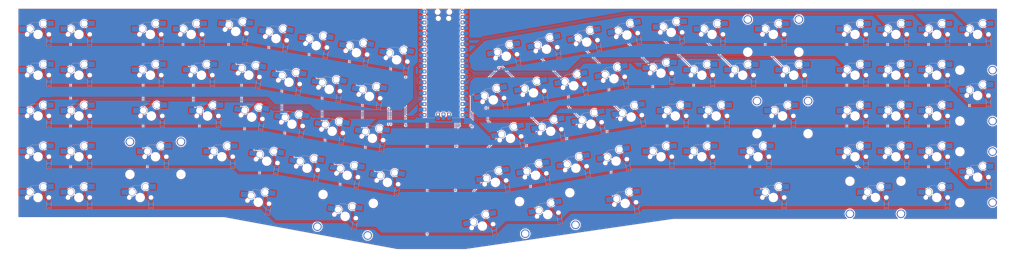
<source format=kicad_pcb>
(kicad_pcb (version 20240108) (generator "pcbnew") (generator_version "8.0")
  (layers (0 "F.Cu" signal) (31 "B.Cu" signal) (34 "B.Paste" user) (35 "F.Paste" user) (36 "B.SilkS" user "B.Silkscreen") (37 "F.SilkS" user "F.Silkscreen") (38 "B.Mask" user) (39 "F.Mask" user) (44 "Edge.Cuts" user))
  (net 0 "")
  (net 1 "Net-(D1-A)")
  (net 2 "ROW0")
  (net 3 "Net-(D2-A)")
  (net 4 "Net-(D3-A)")
  (net 5 "Net-(D4-A)")
  (net 6 "Net-(D5-A)")
  (net 7 "Net-(D6-A)")
  (net 8 "Net-(D7-A)")
  (net 9 "Net-(D8-A)")
  (net 10 "Net-(D9-A)")
  (net 11 "Net-(D10-A)")
  (net 12 "Net-(D11-A)")
  (net 13 "Net-(D12-A)")
  (net 14 "Net-(D13-A)")
  (net 15 "Net-(D14-A)")
  (net 16 "Net-(D15-A)")
  (net 17 "Net-(D16-A)")
  (net 18 "Net-(D17-A)")
  (net 19 "Net-(D18-A)")
  (net 20 "Net-(D19-A)")
  (net 21 "Net-(D20-A)")
  (net 22 "ROW1")
  (net 23 "Net-(D21-A)")
  (net 24 "Net-(D22-A)")
  (net 25 "Net-(D23-A)")
  (net 26 "Net-(D24-A)")
  (net 27 "Net-(D25-A)")
  (net 28 "Net-(D26-A)")
  (net 29 "Net-(D27-A)")
  (net 30 "Net-(D28-A)")
  (net 31 "Net-(D29-A)")
  (net 32 "Net-(D30-A)")
  (net 33 "Net-(D31-A)")
  (net 34 "Net-(D32-A)")
  (net 35 "Net-(D33-A)")
  (net 36 "Net-(D34-A)")
  (net 37 "Net-(D35-A)")
  (net 38 "Net-(D36-A)")
  (net 39 "Net-(D37-A)")
  (net 40 "Net-(D38-A)")
  (net 41 "Net-(D39-A)")
  (net 42 "Net-(D40-A)")
  (net 43 "ROW2")
  (net 44 "Net-(D41-A)")
  (net 45 "Net-(D42-A)")
  (net 46 "Net-(D43-A)")
  (net 47 "Net-(D44-A)")
  (net 48 "Net-(D45-A)")
  (net 49 "Net-(D46-A)")
  (net 50 "Net-(D47-A)")
  (net 51 "Net-(D48-A)")
  (net 52 "Net-(D49-A)")
  (net 53 "Net-(D50-A)")
  (net 54 "Net-(D51-A)")
  (net 55 "Net-(D52-A)")
  (net 56 "Net-(D53-A)")
  (net 57 "Net-(D54-A)")
  (net 58 "Net-(D55-A)")
  (net 59 "Net-(D56-A)")
  (net 60 "Net-(D57-A)")
  (net 61 "Net-(D58-A)")
  (net 62 "ROW3")
  (net 63 "Net-(D59-A)")
  (net 64 "Net-(D60-A)")
  (net 65 "Net-(D61-A)")
  (net 66 "Net-(D62-A)")
  (net 67 "Net-(D63-A)")
  (net 68 "Net-(D64-A)")
  (net 69 "Net-(D65-A)")
  (net 70 "Net-(D66-A)")
  (net 71 "Net-(D67-A)")
  (net 72 "Net-(D68-A)")
  (net 73 "Net-(D69-A)")
  (net 74 "Net-(D70-A)")
  (net 75 "Net-(D71-A)")
  (net 76 "Net-(D72-A)")
  (net 77 "Net-(D73-A)")
  (net 78 "Net-(D74-A)")
  (net 79 "Net-(D75-A)")
  (net 80 "Net-(D76-A)")
  (net 81 "Net-(D77-A)")
  (net 82 "ROW4")
  (net 83 "Net-(D78-A)")
  (net 84 "Net-(D79-A)")
  (net 85 "Net-(D80-A)")
  (net 86 "Net-(D81-A)")
  (net 87 "Net-(D82-A)")
  (net 88 "Net-(D83-A)")
  (net 89 "Net-(D84-A)")
  (net 90 "Net-(D85-A)")
  (net 91 "Net-(D86-A)")
  (net 92 "Net-(D87-A)")
  (net 93 "Net-(D88-A)")
  (net 94 "COL0")
  (net 95 "COL1")
  (net 96 "COL2")
  (net 97 "COL3")
  (net 98 "COL4")
  (net 99 "COL5")
  (net 100 "COL6")
  (net 101 "COL7")
  (net 102 "COL8")
  (net 103 "COL9")
  (net 104 "COL10")
  (net 105 "COL11")
  (net 106 "COL12")
  (net 107 "COL13")
  (net 108 "COL14")
  (net 109 "COL15")
  (net 110 "COL16")
  (net 111 "COL17")
  (net 112 "COL18")
  (net 113 "COL19")
  (footprint "PCM_marbastlib-mx:mxswitch_1u_hotswap" (layer "F.Cu") (at 345.116766 90.258455 10)
    (property "Reference" "SW52" (hide yes))
    (property "Value" "MX_SW_HS" (hide yes))
  )
  (footprint "PCM_marbastlib-mx:mxswitch_1u_hotswap" (layer "F.Cu") (at 87.575 108.79305)
    (property "Reference" "SW60" (hide yes))
    (property "Value" "MX_SW_HS" (hide yes))
  )
  (footprint "PCM_marbastlib-mx:mxswitch_1u_hotswap" (layer "F.Cu") (at 204.30976 77.286864 -10)
    (property "Reference" "SW27" (hide yes))
    (property "Value" "MX_SW_HS" (hide yes))
  )
  (footprint "PCM_marbastlib-mx:mxswitch_1u_hotswap" (layer "F.Cu") (at 198.237464 56.872277 -10)
    (property "Reference" "SW7" (hide yes))
    (property "Value" "MX_SW_HS" (hide yes))
  )
  (footprint "marbastlib-mx:STAB_MX_P_2.25u" (layer "F.Cu") (at 306.238336 135.801525 -170)
    (property "Reference" "S84" (hide yes))
    (property "Value" "MX_stab" (hide yes))
  )
  (footprint "PCM_marbastlib-mx:mxswitch_1u_hotswap" (layer "F.Cu") (at 326.356178 93.566453 10)
    (property "Reference" "SW51" (hide yes))
    (property "Value" "MX_SW_HS" (hide yes))
  )
  (footprint "PCM_marbastlib-mx:mxswitch_1u_hotswap" (layer "F.Cu") (at 281.824677 120.762435 10)
    (property "Reference" "SW67" (hide yes))
    (property "Value" "MX_SW_HS" (hide yes))
  )
  (footprint "PCM_marbastlib-mx:mxswitch_1u_hotswap" (layer "F.Cu") (at 487.625 127.84305)
    (property "Reference" "SW88" (hide yes))
    (property "Value" "MX_SW_HS" (hide yes))
  )
  (footprint "PCM_marbastlib-mx:mxswitch_1u_hotswap" (layer "F.Cu") (at 363.8 50.69055)
    (property "Reference" "SW14" (hide yes))
    (property "Value" "MX_SW_HS" (hide yes))
  )
  (footprint "PCM_marbastlib-mx:mxswitch_1u_hotswap" (layer "F.Cu") (at 342.344339 130.600504 6)
    (property "Reference" "SW85" (hide yes))
    (property "Value" "MX_SW_HS" (hide yes))
  )
  (footprint "PCM_marbastlib-mx:mxswitch_1u_hotswap" (layer "F.Cu") (at 324.43033 55.218278 10)
    (property "Reference" "SW12" (hide yes))
    (property "Value" "MX_SW_HS" (hide yes))
  )
  (footprint "PCM_marbastlib-mx:mxswitch_1u_hotswap" (layer "F.Cu") (at 68.525 108.79305)
    (property "Reference" "SW59" (hide yes))
    (property "Value" "MX_SW_HS" (hide yes))
  )
  (footprint "PCM_marbastlib-mx:mxswitch_1u_hotswap" (layer "F.Cu") (at 147.5825 89.74305)
    (property "Reference" "SW44" (hide yes))
    (property "Value" "MX_SW_HS" (hide yes))
  )
  (footprint "PCM_marbastlib-mx:mxswitch_1u_hotswap" (layer "F.Cu") (at 459.05 127.84305)
    (property "Reference" "SW87" (hide yes))
    (property "Value" "MX_SW_HS" (hide yes))
  )
  (footprint "PCM_marbastlib-mx:mxswitch_1u_hotswap" (layer "F.Cu") (at 288.835003 100.182449 10)
    (property "Reference" "SW49" (hide yes))
    (property "Value" "MX_SW_HS" (hide yes))
  )
  (footprint "PCM_marbastlib-mx:mxswitch_1u_hotswap" (layer "F.Cu") (at 506.675 51.64305)
    (property "Reference" "SW20" (hide yes))
    (property "Value" "MX_SW_HS" (hide yes))
  )
  (footprint "PCM_marbastlib-mx:mxswitch_1u_hotswap" (layer "F.Cu") (at 87.575 51.64305)
    (property "Reference" "SW2" (hide yes))
    (property "Value" "MX_SW_HS" (hide yes))
  )
  (footprint "PCM_marbastlib-mx:mxswitch_1u_hotswap" (layer "F.Cu") (at 299.597446 78.940863 10)
    (property "Reference" "SW30" (hide yes))
    (property "Value" "MX_SW_HS" (hide yes))
  )
  (footprint "PCM_marbastlib-mx:mxswitch_1u_hotswap" (layer "F.Cu") (at 404.28125 108.79305)
    (property "Reference" "SW73" (hide yes))
    (property "Value" "MX_SW_HS" (hide yes))
  )
  (footprint "PCM_marbastlib-mx:mxswitch_1u_hotswap" (layer "F.Cu") (at 286.909154 61.834274 10)
    (property "Reference" "SW10" (hide yes))
    (property "Value" "MX_SW_HS" (hide yes))
  )
  (footprint "PCM_marbastlib-mx:mxswitch_1u_hotswap" (layer "F.Cu") (at 166.788585 70.670868 -10)
    (property "Reference" "SW25" (hide yes))
    (property "Value" "MX_SW_HS" (hide yes))
  )
  (footprint "PCM_marbastlib-mx:mxswitch_1u_hotswap" (layer "F.Cu") (at 318.358034 75.632865 10)
    (property "Reference" "SW31" (hide yes))
    (property "Value" "MX_SW_HS" (hide yes))
  )
  (footprint "PCM_marbastlib-mx:mxswitch_1u_hotswap" (layer "F.Cu") (at 211.73931 136.628525 -10)
    (property "Reference" "SW82" (hide yes))
    (property "Value" "MX_SW_HS" (hide yes))
  )
  (footprint "PCM_marbastlib-mx:mxswitch_1u_hotswap" (layer "F.Cu") (at 487.625 70.69305)
    (property "Reference" "SW39" (hide yes))
    (property "Value" "MX_SW_HS" (hide yes))
  )
  (footprint "PCM_marbastlib-mx:mxswitch_1u_hotswap" (layer "F.Cu") (at 506.675 80.21805)
    (property "Reference" "SW40" (hide yes))
    (property "Value" "MX_SW_HS" (hide yes))
  )
  (footprint "PCM_marbastlib-mx:mxswitch_1u_hotswap" (layer "F.Cu") (at 120.9125 51.64305)
    (property "Reference" "SW3" (hide yes))
    (property "Value" "MX_SW_HS" (hide yes))
  )
  (footprint "PCM_marbastlib-mx:mxswitch_1u_hotswap" (layer "F.Cu") (at 449.525 108.79305)
    (property "Reference" "SW74" (hide yes))
    (property "Value" "MX_SW_HS" (hide yes))
  )
  (footprint "PCM_marbastlib-mx:mxswitch_1u_hotswap" (layer "F.Cu") (at 175.181059 110.838442 -10)
    (property "Reference" "SW63" (hide yes))
    (property "Value" "MX_SW_HS" (hide yes))
  )
  (footprint "marbastlib-mx:STAB_MX_P_2.25u" (layer "F.Cu") (at 123.29375 108.79305)
    (property "Reference" "S61" (hide yes))
    (property "Value" "MX_stab" (hide yes))
  )
  (footprint "PCM_marbastlib-mx:mxswitch_1u_hotswap" (layer "F.Cu") (at 212.702235 117.454437 -10)
    (property "Reference" "SW65" (hide yes))
    (property "Value" "MX_SW_HS" (hide yes))
  )
  (footprint "PCM_marbastlib-mx:mxswitch_1u_hotswap" (layer "F.Cu") (at 306.238336 135.801525 10)
    (property "Reference" "SW84" (hide yes))
    (property "Value" "MX_SW_HS" (hide yes))
  )
  (footprint "PCM_marbastlib-mx:mxswitch_1u_hotswap" (layer "F.Cu") (at 68.525 51.64305)
    (property "Reference" "SW1" (hide yes))
    (property "Value" "MX_SW_HS" (hide yes))
  )
  (footprint "PCM_marbastlib-mx:mxswitch_1u_hotswap" (layer "F.Cu") (at 171.22792 129.996593 -8.5)
    (property "Reference" "SW81" (hide yes))
    (property "Value" "MX_SW_HS" (hide yes))
  )
  (footprint "PCM_marbastlib-mx:mxswitch_1u_hotswap" (layer "F.Cu") (at 307.595591 96.874451 10)
    (property "Reference" "SW50" (hide yes))
    (property "Value" "MX_SW_HS" (hide yes))
  )
  (footprint "PCM_marbastlib-mx:mxswitch_1u_hotswap" (layer "F.Cu") (at 144.725 70.69305)
    (property "Reference" "SW24" (hide yes))
    (property "Value" "MX_SW_HS" (hide yes))
  )
  (footprint "PCM_marbastlib-mx:mxswitch_1u_hotswap" (layer "F.Cu") (at 224.452497 100.182449 -10)
    (property "Reference" "SW48" (hide yes))
    (property "Value" "MX_SW_HS" (hide yes))
  )
  (footprint "PCM_marbastlib-mx:mxswitch_1u_hotswap" (layer "F.Cu") (at 449.525 89.74305)
    (property "Reference" "SW56" (hide yes))
    (property "Value" "MX_SW_HS" (hide yes))
  )
  (footprint "PCM_marbastlib-mx:mxswitch_1u_hotswap" (layer "F.Cu") (at 160.716289 50.256282 -10)
    (property "Reference" "SW5" (hide yes))
    (property "Value" "MX_SW_HS" (hide yes))
  )
  (footprint "PCM_marbastlib-mx:mxswitch_1u_hotswap" (layer "F.Cu") (at 185.549173 73.978866 -10)
    (property "Reference" "SW26" (hide yes))
    (property "Value" "MX_SW_HS" (hide yes))
  )
  (footprint "PCM_marbastlib-mx:mxswitch_1u_hotswap" (layer "F.Cu") (at 123.29375 108.79305)
    (property "Reference" "SW61" (hide yes))
    (property "Value" "MX_SW_HS" (hide yes))
  )
  (footprint "PCM_marbastlib-mx:mxswitch_1u_hotswap" (layer "F.Cu") (at 216.998052 60.180275 -10)
    (property "Reference" "SW8" (hide yes))
    (property "Value" "MX_SW_HS" (hide yes))
  )
  (footprint "PCM_marbastlib-mx:mxswitch_1u_hotswap" (layer "F.Cu") (at 120.9125 70.69305)
    (property "Reference" "SW23" (hide yes))
    (property "Value" "MX_SW_HS" (hide yes))
  )
  (footprint "PCM_marbastlib-mx:mxswitch_1u_hotswap" (layer "F.Cu") (at 411.425 127.84305)
    (property "Reference" "SW86" (hide yes))
    (property "Value" "MX_SW_HS" (hide yes))
  )
  (footprint "PCM_marbastlib-mx:mxswitch_1u_hotswap" (layer "F.Cu") (at 359.0375 69.74055)
    (property "Reference" "SW33" (hide yes))
    (property "Value" "MX_SW_HS" (hide yes))
  )
  (footprint "PCM_marbastlib-mx:mxswitch_1u_hotswap" (layer "F.Cu") (at 343.190917 51.91028 10)
    (property "Reference" "SW13" (hide yes))
    (property "Value" "MX_SW_HS" (hide yes))
  )
  (footprint "PCM_marbastlib-mx:mxswitch_1u_hotswap" (layer "F.Cu") (at 415.71125 89.74305)
    (property "Reference" "SW55" (hide yes))
    (property "Value" "MX_SW_HS" (hide yes))
  )
  (footprint "PCM_marbastlib-mx:mxswitch_1u_hotswap" (layer "F.Cu") (at 359.0375 108.79305)
    (property "Reference" "SW71" (hide yes))
    (property "Value" "MX_SW_HS" (hide yes))
  )
  (footprint "PCM_marbastlib-mx:STAB_MX_P_2u" (layer "F.Cu") (at 506.675 80.21805 -90)
    (property "Reference" "S40" (hide yes))
    (property "Value" "MX_stab" (hide yes))
  )
  (footprint "PCM_marbastlib-mx:mxswitch_1u_hotswap" (layer "F.Cu") (at 420.95 70.69305)
    (property "Reference" "SW36" (hide yes))
    (property "Value" "MX_SW_HS" (hide yes))
  )
  (footprint "PCM_marbastlib-mx:mxswitch_1u_hotswap" (layer "F.Cu") (at 378.0875 70.69305)
    (property "Reference" "SW34" (hide yes))
    (property "Value" "MX_SW_HS" (hide yes))
  )
  (footprint "PCM_marbastlib-mx:mxswitch_1u_hotswap" (layer "F.Cu") (at 87.575 89.74305)
    (property "Reference" "SW42" (hide yes))
    (property "Value" "MX_SW_HS" (hide yes))
  )
  (footprint "marbastlib-mx:STAB_MX_P_2.25u" (layer "F.Cu") (at 415.71125 89.74305)
    (property "Reference" "S55" (hide yes))
    (property "Value" "MX_stab" (hide yes))
  )
  (footprint "PCM_marbastlib-mx:mxswitch_1u_hotswap" (layer "F.Cu") (at 186.931322 93.566453 -10)
    (property "Reference" "SW46" (hide yes))
    (property "Value" "MX_SW_HS" (hide yes))
  )
  (footprint "PCM_marbastlib-mx:mxswitch_1u_hotswap" (layer "F.Cu") (at 68.525 70.69305)
    (property "Reference" "SW21" (hide yes))
    (property "Value" "MX_SW_HS" (hide yes))
  )
  (footprint "PCM_marbastlib-mx:mxswitch_1u_hotswap" (layer "F.Cu") (at 397.1375 70.69305)
    (property "Reference" "SW35" (hide yes))
    (property "Value" "MX_SW_HS" (hide yes))
  )
  (footprint "PCM_marbastlib-mx:mxswitch_1u_hotswap" (layer "F.Cu") (at 168.170734 90.258455 -10)
    (property "Reference" "SW45" (hide yes))
    (property "Value" "MX_SW_HS" (hide yes))
  )
  (footprint "PCM_marbastlib-mx:mxswitch_1u_hotswap" (layer "F.Cu") (at 193.941647 114.14644 -10)
    (property "Reference" "SW64" (hide yes))
    (property "Value" "MX_SW_HS" (hide yes))
  )
  (footprint "PCM_marbastlib-mx:mxswitch_1u_hotswap" (layer "F.Cu") (at 338.106441 110.838442 10)
    (property "Reference" "SW70" (hide yes))
    (property "Value" "MX_SW_HS" (hide yes))
  )
  (footprint "PCM_marbastlib-mx:mxswitch_1u_hotswap" (layer "F.Cu") (at 235.75864 63.488273 -10)
    (property "Reference" "SW9" (hide yes))
    (property "Value" "MX_SW_HS" (hide yes))
  )
  (footprint "PCM_marbastlib-mx:mxswitch_1u_hotswap" (layer "F.Cu") (at 68.525 89.74305)
    (property "Reference" "SW41" (hide yes))
    (property "Value" "MX_SW_HS" (hide yes))
  )
  (footprint "PCM_marbastlib-mx:mxswitch_1u_hotswap" (layer "F.Cu") (at 305.669742 58.526276 10)
    (property "Reference" "SW11" (hide yes))
    (property "Value" "MX_SW_HS" (hide yes))
  )
  (footprint "PCM_marbastlib-mx:mxswitch_1u_hotswap" (layer "F.Cu") (at 449.525 70.69305)
    (property "Reference" "SW37" (hide yes))
    (property "Value" "MX_SW_HS" (hide yes))
  )
  (footprint "PCM_marbastlib-mx:mxswitch_1u_hotswap" (layer "F.Cu") (at 68.525 127.84305)
    (property "Reference" "SW78" (hide yes))
    (property "Value" "MX_SW_HS" (hide yes))
  )
  (footprint "PCM_marbastlib-mx:mxswitch_1u_hotswap" (layer "F.Cu") (at 384.755 89.74305)
    (property "Reference" "SW54" (hide yes))
    (property "Value" "MX_SW_HS" (hide yes))
  )
  (footprint "PCM_marbastlib-mx:mxswitch_1u_hotswap" (layer "F.Cu") (at 365.705 89.74305)
    (property "Reference" "SW53" (hide yes))
    (property "Value" "MX_SW_HS" (hide yes))
  )
  (footprint "PCM_marbastlib-mx:mxswitch_1u_hotswap" (layer "F.Cu") (at 468.575 108.79305)
    (property "Reference" "SW75" (hide yes))
    (property "Value" "MX_SW_HS" (hide yes))
  )
  (footprint "PCM_marbastlib-mx:mxswitch_1u_hotswap" (layer "F.Cu") (at 205.691909 96.874451 -10)
    (property "Reference" "SW47" (hide yes))
    (property "Value" "MX_SW_HS" (hide yes))
  )
  (footprint "PCM_marbastlib-mx:mxswitch_1u_hotswap" (layer "F.Cu") (at 449.525 51.64305)
    (property "Reference" "SW17" (hide yes))
    (property "Value" "MX_SW_HS" (hide yes))
  )
  (footprint "PCM_marbastlib-mx:STAB_MX_P_2u" (layer "F.Cu") (at 411.425 51.64305)
    (property "Reference" "S16" (hide yes))
    (property "Value" "MX_stab" (hide yes))
  )
  (footprint "PCM_marbastlib-mx:mxswitch_1u_hotswap" (layer "F.Cu") (at 319.345853 114.14644 10)
    (property "Reference" "SW69" (hide yes))
    (property "Value" "MX_SW_HS" (hide yes))
  )
  (footprint "PCM_marbastlib-mx:STAB_MX_P_2u" (layer "F.Cu") (at 459.05 128.475 180)
    (property "Reference" "S87" (hide yes))
    (property "Value" "MX_stab" (hide yes))
  )
  (footprint "PCM_marbastlib-mx:mxswitch_1u_hotswap" (layer "F.Cu") (at 506.675 118.31805)
    (property "Reference" "SW77" (hide yes))
    (property "Value" "MX_SW_HS" (hide yes))
  )
  (footprint "PCM_marbastlib-mx:STAB_MX_P_2.75u" (layer "F.Cu") (at 211.73931 136.628525 170)
    (property "Reference" "S82" (hide yes))
    (property "Value" "MX_stab" (hide yes))
  )
  (footprint "PCM_marbastlib-mx:mxswitch_1u_hotswap" (layer "F.Cu") (at 223.070348 80.594861 -10)
    (property "Reference" "SW28" (hide yes))
    (property "Value" "MX_SW_HS" (hide yes))
  )
  (footprint "PCM_marbastlib-mx:mxswitch_1u_hotswap" (layer "F.Cu") (at 487.625 51.64305)
    (property "Reference" "SW19" (hide yes))
    (property "Value" "MX_SW_HS" (hide yes))
  )
  (footprint "PCM_marbastlib-mx:mxswitch_1u_hotswap" (layer "F.Cu") (at 231.462823 120.762435 -10)
    (property "Reference" "SW66" (hide yes))
    (property "Value" "MX_SW_HS" (hide yes))
  )
  (footprint "PCM_marbastlib-mx:mxswitch_1u_hotswap" (layer "F.Cu") (at 87.575 127.84305)
    (property "Reference" "SW79" (hide yes))
    (property "Value" "MX_SW_HS" (hide yes))
  )
  (footprint "PCM_marbastlib-mx:mxswitch_1u_hotswap" (layer "F.Cu") (at 468.575 51.64305)
    (property "Reference" "SW18" (hide yes))
    (property "Value" "MX_SW_HS" (hide yes))
  )
  (footprint "PCM_marbastlib-mx:mxswitch_1u_hotswap" (layer "F.Cu") (at 468.575 89.74305)
    (property "Reference" "SW57" (hide yes))
    (property "Value" "MX_SW_HS" (hide yes))
  )
  (footprint "PCM_marbastlib-mx:mxswitch_1u_hotswap" (layer "F.Cu") (at 275.752381 141.177022 10)
    (property "Reference" "SW83" (hide yes))
    (property "Value" "MX_SW_HS" (hide yes))
  )
  (footprint "PCM_marbastlib-mx:mxswitch_1u_hotswap" (layer "F.Cu") (at 179.476876 53.564279 -10)
    (property "Reference" "SW6" (hide yes))
    (property "Value" "MX_SW_HS" (hide yes))
  )
  (footprint "PCM_marbastlib-mx:mxswitch_1u_hotswap" (layer "F.Cu") (at 121.38875 89.74305)
    (property "Reference" "SW43" (hide yes))
    (property "Value" "MX_SW_HS" (hide yes))
  )
  (footprint "PCM_marbastlib-mx:mxswitch_1u_hotswap" (layer "F.Cu") (at 337.118621 72.324867 10)
    (property "Reference" "SW32" (hide yes))
    (property "Value" "MX_SW_HS" (hide yes))
  )
  (footprint "PCM_marbastlib-mx:mxswitch_1u_hotswap" (layer "F.Cu") (at 382.85 51.64305)
    (property "Reference" "SW15" (hide yes))
    (property "Value" "MX_SW_HS" (hide yes))
  )
  (footprint "PCM_marbastlib-mx:mxswitch_1u_hotswap" (layer "F.Cu") (at 300.585265 117.454437 10)
    (property "Reference" "SW68" (hide yes))
    (property "Value" "MX_SW_HS" (hide yes))
  )
  (footprint "PCM_marbastlib-mx:STAB_MX_P_2u" (layer "F.Cu") (at 506.675 118.31805 -90)
    (property "Reference" "S77" (hide yes))
    (property "Value" "MX_stab" (hide yes))
  )
  (footprint "PCM_marbastlib-mx:mxswitch_1u_hotswap" (layer "F.Cu") (at 487.625 108.79305)
    (property "Reference" "SW76" (hide yes))
    (property "Value" "MX_SW_HS" (hide yes))
  )
  (footprint "PCM_marbastlib-mx:mxswitch_1u_hotswap" (layer "F.Cu") (at 487.625 89.74305)
    (property "Reference" "SW58" (hide yes))
    (property "Value" "MX_SW_HS" (hide yes))
  )
  (footprint "PCM_marbastlib-mx:mxswitch_1u_hotswap" (layer "F.Cu") (at 280.836858 82.24886 10)
    (property "Reference" "SW29" (hide yes))
    (property "Value" "MX_SW_HS" (hide yes))
  )
  (footprint "PCM_marbastlib-mx:mxswitch_1u_hotswap" (layer "F.Cu") (at 411.425 51.64305)
    (property "Reference" "SW16" (hide yes))
    (property "Value" "MX_SW_HS" (hide yes))
  )
  (footprint "PCM_marbastlib-mx:mxswitch_1u_hotswap" (layer "F.Cu") (at 378.0875 108.79305)
    (property "Reference" "SW72" (hide yes))
    (property "Value" "MX_SW_HS" (hide yes))
  )
  (footprint "PCM_marbastlib-mx:mxswitch_1u_hotswap" (layer "F.Cu") (at 116.15 127.84305)
    (property "Reference" "SW80" (hide yes))
    (property "Value" "MX_SW_HS" (hide yes))
  )
  (footprint "PCM_marbastlib-mx:mxswitch_1u_hotswap" (layer "F.Cu") (at 468.575 70.69305)
    (property "Reference" "SW38" (hide yes))
    (property "Value" "MX_SW_HS" (hide yes))
  )
  (footprint "PCM_marbastlib-mx:mxswitch_1u_hotswap" (layer "F.Cu") (at 139.9625 51.64305)
    (property "Reference" "SW4" (hide yes))
    (property "Value" "MX_SW_HS" (hide yes))
  )
  (footprint "PCM_marbastlib-mx:mxswitch_1u_hotswap" (layer "F.Cu") (at 154.25 108.79305)
    (property "Reference" "SW62" (hide yes))
    (property "Value" "MX_SW_HS" (hide yes))
  )
  (footprint "PCM_marbastlib-mx:mxswitch_1u_hotswap" (layer "F.Cu") (at 87.575 70.69305)
    (property "Reference" "SW22" (hide yes))
    (property "Value" "MX_SW_HS" (hide yes))
  )
  (footprint "Diode_SMD:D_SOD-123" (layer "B.Cu") (at 202.714133 60.738377 80)
    (property "Reference" "D7" (hide yes))
    (property "Value" "1N4148W" (hide yes))
  )
  (footprint "Diode_SMD:D_SOD-123" (layer "B.Cu") (at 347.713231 133.0829 96)
    (property "Reference" "D85" (hide yes))
    (property "Value" "1N4148W" (hide yes))
  )
  (footprint "Diode_SMD:D_SOD-123" (layer "B.Cu") (at 305.126423 81.042697 100)
    (property "Reference" "D30" (hide yes))
    (property "Value" "1N4148W" (hide yes))
  )
  (footprint "Diode_SMD:D_SOD-123" (layer "B.Cu") (at 350.645743 92.360289 100)
    (property "Reference" "D52" (hide yes))
    (property "Value" "1N4148W" (hide yes))
  )
  (footprint "Diode_SMD:D_SOD-123" (layer "B.Cu") (at 329.959307 57.320112 100)
    (property "Reference" "D12" (hide yes))
    (property "Value" "1N4148W" (hide yes))
  )
  (footprint "Diode_SMD:D_SOD-123" (layer "B.Cu") (at 311.198719 60.62811 100)
    (property "Reference" "D11" (hide yes))
    (property "Value" "1N4148W" (hide yes))
  )
  (footprint "Diode_SMD:D_SOD-123" (layer "B.Cu") (at 387.93 54.67305 90)
    (property "Reference" "D15" (hide yes))
    (property "Value" "1N4148W" (hide yes))
  )
  (footprint "Diode_SMD:D_SOD-123" (layer "B.Cu") (at 473.655 73.72305 90)
    (property "Reference" "D38" (hide yes))
    (property "Value" "1N4148W" (hide yes))
  )
  (footprint "Diode_SMD:D_SOD-123" (layer "B.Cu") (at 313.124568 98.976285 100)
    (property "Reference" "D50" (hide yes))
    (property "Value" "1N4148W" (hide yes))
  )
  (footprint "Diode_SMD:D_SOD-123" (layer "B.Cu") (at 175.804258 133.744182 81.5)
    (property "Reference" "D81" (hide yes))
    (property "Value" "1N4148W" (hide yes))
  )
  (footprint "Diode_SMD:D_SOD-123" (layer "B.Cu") (at 383.1675 111.82305 90)
    (property "Reference" "D72" (hide yes))
    (property "Value" "1N4148W" (hide yes))
  )
  (footprint "Diode_SMD:D_SOD-123" (layer "B.Cu") (at 454.605 92.77305 90)
    (property "Reference" "D56" (hide yes))
    (property "Value" "1N4148W" (hide yes))
  )
  (footprint "Diode_SMD:D_SOD-123" (layer "B.Cu") (at 492.705 92.77305 90)
    (property "Reference" "D58" (hide yes))
    (property "Value" "1N4148W" (hide yes))
  )
  (footprint "Diode_SMD:D_SOD-123" (layer "B.Cu") (at 125.9925 54.67305 90)
    (property "Reference" "D3" (hide yes))
    (property "Value" "1N4148W" (hide yes))
  )
  (footprint "Diode_SMD:D_SOD-123" (layer "B.Cu") (at 235.939492 124.628535 80)
    (property "Reference" "D66" (hide yes))
    (property "Value" "1N4148W" (hide yes))
  )
  (footprint "Diode_SMD:D_SOD-123" (layer "B.Cu") (at 511.755 121.34805 90)
    (property "Reference" "D77" (hide yes))
    (property "Value" "1N4148W" (hide yes))
  )
  (footprint "Diode_SMD:D_SOD-123" (layer "B.Cu") (at 292.438131 63.936108 100)
    (property "Reference" "D10" (hide yes))
    (property "Value" "1N4148W" (hide yes))
  )
  (footprint "Diode_SMD:D_SOD-123" (layer "B.Cu") (at 92.655 111.82305 90)
    (property "Reference" "D60" (hide yes))
    (property "Value" "1N4148W" (hide yes))
  )
  (footprint "Diode_SMD:D_SOD-123" (layer "B.Cu") (at 73.605 130.87305 90)
    (property "Reference" "D78" (hide yes))
    (property "Value" "1N4148W" (hide yes))
  )
  (footprint "Diode_SMD:D_SOD-123" (layer "B.Cu") (at 492.705 111.82305 90)
    (property "Reference" "D76" (hide yes))
    (property "Value" "1N4148W" (hide yes))
  )
  (footprint "Diode_SMD:D_SOD-123" (layer "B.Cu") (at 416.505 54.67305 90)
    (property "Reference" "D16" (hide yes))
    (property "Value" "1N4148W" (hide yes))
  )
  (footprint "Diode_SMD:D_SOD-123" (layer "B.Cu") (at 324.87483 116.248274 100)
    (property "Reference" "D69" (hide yes))
    (property "Value" "1N4148W" (hide yes))
  )
  (footprint "Diode_SMD:D_SOD-123" (layer "B.Cu") (at 323.887011 77.734699 100)
    (property "Reference" "D31" (hide yes))
    (property "Value" "1N4148W" (hide yes))
  )
  (footprint "MCU_RaspberryPi_and_Boards:RPi_Pico_SMD_TH" (layer "B.Cu") (at 257.61 65.12055 180)
    (property "Reference" "U1" (hide yes))
    (property "Value" "Pico" (hide yes))
  )
  (footprint "Diode_SMD:D_SOD-123" (layer "B.Cu") (at 511.755 54.67305 90)
    (property "Reference" "D20" (hide yes))
    (property "Value" "1N4148W" (hide yes))
  )
  (footprint "Diode_SMD:D_SOD-123" (layer "B.Cu") (at 128.37375 111.82305 90)
    (property "Reference" "D61" (hide yes))
    (property "Value" "1N4148W" (hide yes))
  )
  (footprint "Diode_SMD:D_SOD-123" (layer "B.Cu") (at 210.168578 100.740551 80)
    (property "Reference" "D47" (hide yes))
    (property "Value" "1N4148W" (hide yes))
  )
  (footprint "Diode_SMD:D_SOD-123" (layer "B.Cu") (at 368.88 53.72055 90)
    (property "Reference" "D14" (hide yes))
    (property "Value" "1N4148W" (hide yes))
  )
  (footprint "Diode_SMD:D_SOD-123" (layer "B.Cu") (at 149.805 73.72305 90)
    (property "Reference" "D24" (hide yes))
    (property "Value" "1N4148W" (hide yes))
  )
  (footprint "Diode_SMD:D_SOD-123" (layer "B.Cu") (at 92.655 130.87305 90)
    (property "Reference" "D79" (hide yes))
    (property "Value" "1N4148W" (hide yes))
  )
  (footprint "Diode_SMD:D_SOD-123" (layer "B.Cu") (at 92.655 92.77305 90)
    (property "Reference" "D42" (hide yes))
    (property "Value" "1N4148W" (hide yes))
  )
  (footprint "Diode_SMD:D_SOD-123" (layer "B.Cu") (at 383.1675 73.72305 90)
    (property "Reference" "D34" (hide yes))
    (property "Value" "1N4148W" (hide yes))
  )
  (footprint "Diode_SMD:D_SOD-123" (layer "B.Cu") (at 343.635418 112.940276 100)
    (property "Reference" "D70" (hide yes))
    (property "Value" "1N4148W" (hide yes))
  )
  (footprint "Diode_SMD:D_SOD-123" (layer "B.Cu") (at 73.605 111.82305 90)
    (property "Reference" "D59" (hide yes))
    (property "Value" "1N4148W" (hide yes))
  )
  (footprint "Diode_SMD:D_SOD-123" (layer "B.Cu") (at 426.03 73.72305 90)
    (property "Reference" "D36" (hide yes))
    (property "Value" "1N4148W" (hide yes))
  )
  (footprint "Diode_SMD:D_SOD-123" (layer "B.Cu") (at 370.785 92.77305 90)
    (property "Reference" "D53" (hide yes))
    (property "Value" "1N4148W" (hide yes))
  )
  (footprint "Diode_SMD:D_SOD-123" (layer "B.Cu") (at 286.365835 84.350694 100)
    (property "Reference" "D29" (hide yes))
    (property "Value" "1N4148W" (hide yes))
  )
  (footprint "Diode_SMD:D_SOD-123" (layer "B.Cu") (at 287.353654 122.864269 100)
    (property "Reference" "D67" (hide yes))
    (property "Value" "1N4148W" (hide yes))
  )
  (footprint "Diode_SMD:D_SOD-123" (layer "B.Cu") (at 348.719894 54.012114 100)
    (property "Reference" "D13" (hide yes))
    (property "Value" "1N4148W" (hide yes))
  )
  (footprint "Diode_SMD:D_SOD-123" (layer "B.Cu") (at 342.647598 74.426701 100)
    (property "Reference" "D32" (hide yes))
    (property "Value" "1N4148W" (hide yes))
  )
  (footprint "Diode_SMD:D_SOD-123" (layer "B.Cu") (at 454.605 54.67305 90)
    (property "Reference" "D17" (hide yes))
    (property "Value" "1N4148W" (hide yes))
  )
  (footprint "Diode_SMD:D_SOD-123" (layer "B.Cu") (at 165.192958 54.122382 80)
    (property "Reference" "D5" (hide yes))
    (property "Value" "1N4148W" (hide yes))
  )
  (footprint "Diode_SMD:D_SOD-123" (layer "B.Cu") (at 464.13 130.87305 90)
    (property "Reference" "D87" (hide yes))
    (property "Value" "1N4148W" (hide yes))
  )
  (footprint "Diode_SMD:D_SOD-123" (layer "B.Cu") (at 473.655 54.67305 90)
    (property "Reference" "D18" (hide yes))
    (property "Value" "1N4148W" (hide yes))
  )
  (footprint "Diode_SMD:D_SOD-123" (layer "B.Cu") (at 92.655 73.72305 90)
    (property "Reference" "D22" (hide yes))
    (property "Value" "1N4148W" (hide yes))
  )
  (footprint "Diode_SMD:D_SOD-123" (layer "B.Cu") (at 172.647403 94.124555 80)
    (property "Reference" "D45" (hide yes))
    (property "Value" "1N4148W" (hide yes))
  )
  (footprint "Diode_SMD:D_SOD-123" (layer "B.Cu") (at 402.2175 73.72305 90)
    (property "Reference" "D35" (hide yes))
    (property "Value" "1N4148W" (hide yes))
  )
  (footprint "Diode_SMD:D_SOD-123" (layer "B.Cu") (at 364.1175 72.77055 90)
    (property "Reference" "D33" (hide yes))
    (property "Value" "1N4148W" (hide yes))
  )
  (footprint "Diode_SMD:D_SOD-123" (layer "B.Cu") (at 420.79125 92.77305 90)
    (property "Reference" "D55" (hide yes))
    (property "Value" "1N4148W" (hide yes))
  )
  (footprint "Diode_SMD:D_SOD-123" (layer "B.Cu") (at 191.407991 97.432553 80)
    (property "Reference" "D46" (hide yes))
    (property "Value" "1N4148W" (hide yes))
  )
  (footprint "Diode_SMD:D_SOD-123" (layer "B.Cu") (at 171.265254 74.536968 80)
    (property "Reference" "D25" (hide yes))
    (property "Value" "1N4148W" (hide yes))
  )
  (footprint "Diode_SMD:D_SOD-123" (layer "B.Cu") (at 454.605 73.72305 90)
    (property "Reference" "D37" (hide yes))
    (property "Value" "1N4148W" (hide yes))
  )
  (footprint "Diode_SMD:D_SOD-123" (layer "B.Cu") (at 473.655 92.77305 90)
    (property "Reference" "D57" (hide yes))
    (property "Value" "1N4148W" (hide yes))
  )
  (footprint "Diode_SMD:D_SOD-123" (layer "B.Cu") (at 240.235309 67.354373 80)
    (property "Reference" "D9" (hide yes))
    (property "Value" "1N4148W" (hide yes))
  )
  (footprint "Diode_SMD:D_SOD-123" (layer "B.Cu") (at 92.655 54.67305 90)
    (property "Reference" "D2" (hide yes))
    (property "Value" "1N4148W" (hide yes))
  )
  (footprint "Diode_SMD:D_SOD-123" (layer "B.Cu") (at 73.605 73.72305 90)
    (property "Reference" "D21" (hide yes))
    (property "Value" "1N4148W" (hide yes))
  )
  (footprint "Diode_SMD:D_SOD-123" (layer "B.Cu") (at 306.114242 119.556271 100)
    (property "Reference" "D68" (hide yes))
    (property "Value" "1N4148W" (hide yes))
  )
  (footprint "Diode_SMD:D_SOD-123" (layer "B.Cu") (at 473.655 111.82305 90)
    (property "Reference" "D75" (hide yes))
    (property "Value" "1N4148W" (hide yes))
  )
  (footprint "Diode_SMD:D_SOD-123" (layer "B.Cu") (at 331.885155 95.668287 100)
    (property "Reference" "D51" (hide yes))
    (property "Value" "1N4148W" (hide yes))
  )
  (footprint "Diode_SMD:D_SOD-123" (layer "B.Cu") (at 208.786429 81.152964 80)
    (property "Reference" "D27" (hide yes))
    (property "Value" "1N4148W" (hide yes))
  )
  (footprint "Diode_SMD:D_SOD-123" (layer "B.Cu") (at 409.36125 111.82305 90)
    (property "Reference" "D73" (hide yes))
    (property "Value" "1N4148W" (hide yes))
  )
  (footprint "Diode_SMD:D_SOD-123" (layer "B.Cu") (at 389.835 92.77305 90)
    (property "Reference" "D54" (hide yes))
    (property "Value" "1N4148W" (hide yes))
  )
  (footprint "Diode_SMD:D_SOD-123" (layer "B.Cu") (at 227.547017 84.460961 80)
    (property "Reference" "D28" (hide yes))
    (property "Value" "1N4148W" (hide yes))
  )
  (footprint "Diode_SMD:D_SOD-123" (layer "B.Cu") (at 311.767313 137.903359 100)
    (property "Reference" "D84" (hide yes))
    (property "Value" "1N4148W" (hide yes))
  )
  (footprint "Diode_SMD:D_SOD-123" (layer "B.Cu") (at 221.474721 64.046375 80)
    (property "Reference" "D8" (hide yes))
    (property "Value" "1N4148W" (hide yes))
  )
  (footprint "Diode_SMD:D_SOD-123" (layer "B.Cu") (at 145.0425 54.67305 90)
    (property "Reference" "D4" (hide yes))
    (property "Value" "1N4148W" (hide yes))
  )
  (footprint "Diode_SMD:D_SOD-123" (layer "B.Cu") (at 511.755 83.24805 90)
    (property "Reference" "D40" (hide yes))
    (property "Value" "1N4148W" (hide yes))
  )
  (footprint "Diode_SMD:D_SOD-123" (layer "B.Cu") (at 492.705 130.87305 90)
    (property "Reference" "D88" (hide yes))
    (property "Value" "1N4148W" (hide yes))
  )
  (footprint "Diode_SMD:D_SOD-123" (layer "B.Cu") (at 73.605 92.77305 90)
    (property "Reference" "D41" (hide yes))
    (property "Value" "1N4148W" (hide yes))
  )
  (footprint "Diode_SMD:D_SOD-123" (layer "B.Cu") (at 152.6625 92.77305 90)
    (property "Reference" "D44" (hide yes))
    (property "Value" "1N4148W" (hide yes))
  )
  (footprint "Diode_SMD:D_SOD-123" (layer "B.Cu") (at 183.953545 57.430379 80)
    (property "Reference" "D6" (hide yes))
    (property "Value" "1N4148W" (hide yes))
  )
  (footprint "Diode_SMD:D_SOD-123" (layer "B.Cu") (at 217.178904 121.320537 80)
    (property "Reference" "D65" (hide yes))
    (property "Value" "1N4148W" (hide yes))
  )
  (footprint "Diode_SMD:D_SOD-123" (layer "B.Cu") (at 73.605 54.67305 90)
    (property "Reference" "D1" (hide yes))
    (property "Value" "1N4148W" (hide yes))
  )
  (footprint "Diode_SMD:D_SOD-123" (layer "B.Cu") (at 492.705 73.72305 90)
    (property "Reference" "D39" (hide yes))
    (property "Value" "1N4148W" (hide yes))
  )
  (footprint "Diode_SMD:D_SOD-123" (layer "B.Cu") (at 198.418316 118.01254 80)
    (property "Reference" "D64" (hide yes))
    (property "Value" "1N4148W" (hide yes))
  )
  (footprint "Diode_SMD:D_SOD-123" (layer "B.Cu") (at 294.36398 102.284283 100)
    (property "Reference" "D49" (hide yes))
    (property "Value" "1N4148W" (hide yes))
  )
  (footprint "Diode_SMD:D_SOD-123" (layer "B.Cu") (at 126.46875 92.77305 90)
    (property "Reference" "D43" (hide yes))
    (property "Value" "1N4148W" (hide yes))
  )
  (footprint "Diode_SMD:D_SOD-123" (layer "B.Cu") (at 121.23 130.87305 90)
    (property "Reference" "D80" (hide yes))
    (property "Value" "1N4148W" (hide yes))
  )
  (footprint "Diode_SMD:D_SOD-123" (layer "B.Cu") (at 364.1175 111.82305 90)
    (property "Reference" "D71" (hide yes))
    (property "Value" "1N4148W" (hide yes))
  )
  (footprint "Diode_SMD:D_SOD-123" (layer "B.Cu") (at 281.281358 143.278856 100)
    (property "Reference" "D83" (hide yes))
    (property "Value" "1N4148W" (hide yes))
  )
  (footprint "Diode_SMD:D_SOD-123" (layer "B.Cu") (at 492.705 54.67305 90)
    (property "Reference" "D19" (hide yes))
    (property "Value" "1N4148W" (hide yes))
  )
  (footprint "Diode_SMD:D_SOD-123" (layer "B.Cu") (at 190.025842 77.844966 80)
    (property "Reference" "D26" (hide yes))
    (property "Value" "1N4148W" (hide yes))
  )
  (footprint "Diode_SMD:D_SOD-123" (layer "B.Cu") (at 454.605 111.82305 90)
    (property "Reference" "D74" (hide yes))
    (property "Value" "1N4148W" (hide yes))
  )
  (footprint "Diode_SMD:D_SOD-123" (layer "B.Cu") (at 228.929166 104.048549 80)
    (property "Reference" "D48" (hide yes))
    (property "Value" "1N4148W" (hide yes))
  )
  (footprint "Diode_SMD:D_SOD-123" (layer "B.Cu") (at 159.33 111.82305 90)
    (property "Reference" "D62" (hide yes))
    (property "Value" "1N4148W" (hide yes))
  )
  (footprint "Diode_SMD:D_SOD-123" (layer "B.Cu") (at 179.657728 114.704542 80)
    (property "Reference" "D63" (hide yes))
    (property "Value" "1N4148W" (hide yes))
  )
  (footprint "Diode_SMD:D_SOD-123" (layer "B.Cu") (at 216.215979 140.494625 80)
    (property "Reference" "D82" (hide yes))
    (property "Value" "1N4148W" (hide yes))
  )
  (footprint "Diode_SMD:D_SOD-123" (layer "B.Cu") (at 125.9925 73.72305 90)
    (property "Reference" "D23" (hide yes))
    (property "Value" "1N4148W" (hide yes))
  )
  (footprint "Diode_SMD:D_SOD-123" (layer "B.Cu") (at 416.505 130.87305 90)
    (property "Reference" "D86" (hide yes))
    (property "Value" "1N4148W" (hide yes))
  )
  (gr_poly (pts (xy 516.2 138.27) (xy 364.76 138.27) (xy 267.964372 152.343602) (xy 235.831119 152.342026) (xy 155.231119 137.436766) (xy 58.9 137.47) (xy 58.9 39.2) (xy 516.2 39.2)) (stroke (width 0.05)) (fill none) (layer "Edge.Cuts"))
  (segment (start 73.005 53.02305) (end 73.605 53.02305) (width 0.2) (layer "B.Cu") (net 1))
  (segment (start 71.065 51.08305) (end 73.005 53.02305) (width 0.2) (layer "B.Cu") (net 1))
  (segment (start 72.865 46.56305) (end 73.605 47.30305) (width 0.25) (layer "B.Cu") (net 1))
  (segment (start 71.065 46.56305) (end 71.065 51.08305) (width 0.2) (layer "B.Cu") (net 1))
  (segment (start 270.4 94.2) (end 270.4 80.2) (width 0.2) (layer "F.Cu") (net 2))
  (segment (start 270.4 80.2) (end 283.4 67.2) (width 0.2) (layer "F.Cu") (net 2))
  (segment (start 265 52.65055) (end 266.5 51.15055) (width 0.2) (layer "F.Cu") (net 2))
  (segment (start 265 94.2) (end 265 52.65055) (width 0.2) (layer "F.Cu") (net 2))
  (segment (start 240 71.6) (end 240 94.2) (width 0.2) (layer "F.Cu") (net 2))
  (via (at 270.4 94.2) (size 0.6) (drill 0.3) (layers "F.Cu" "B.Cu") (net 2))
  (via (at 240 71.6) (size 0.6) (drill 0.3) (layers "F.Cu" "B.Cu") (net 2))
  (via (at 265 94.2) (size 0.6) (drill 0.3) (layers "F.Cu" "B.Cu") (net 2))
  (via (at 240 94.2) (size 0.6) (drill 0.3) (layers "F.Cu" "B.Cu") (net 2))
  (via (at 283.4 67.2) (size 0.6) (drill 0.3) (layers "F.Cu" "B.Cu") (net 2))
  (segment (start 283.4 67.2) (end 292.72465 65.561041) (width 0.2) (layer "B.Cu") (net 2))
  (segment (start 239.94879 68.979306) (end 239.94879 71.54879) (width 0.2) (layer "B.Cu") (net 2))
  (segment (start 145.0425 56.32305) (end 73.605 56.32305) (width 0.2) (layer "B.Cu") (net 2))
  (segment (start 511.755 56.32305) (end 387.93 56.32305) (width 0.2) (layer "B.Cu") (net 2))
  (segment (start 239.94879 71.54879) (end 240 71.6) (width 0.2) (layer "B.Cu") (net 2))
  (segment (start 240 94.2) (end 270.4 94.2) (width 0.2) (layer "B.Cu") (net 2))
  (segment (start 349.006413 55.637047) (end 292.72465 65.561041) (width 0.2) (layer "B.Cu") (net 2))
  (segment (start 369.8325 56.32305) (end 368.88 55.37055) (width 0.2) (layer "B.Cu") (net 2))
  (segment (start 368.88 55.37055) (end 349.27291 55.37055) (width 0.2) (layer "B.Cu") (net 2))
  (segment (start 239.94879 68.979306) (end 164.906439 55.747315) (width 0.2) (layer "B.Cu") (net 2))
  (segment (start 164.852685 55.747315) (end 164.27695 56.32305) (width 0.2) (layer "B.Cu") (net 2))
  (segment (start 387.93 56.32305) (end 369.8325 56.32305) (width 0.2) (layer "B.Cu") (net 2))
  (segment (start 164.27695 56.32305) (end 145.0425 56.32305) (width 0.2) (layer "B.Cu") (net 2))
  (segment (start 92.055 53.02305) (end 92.655 53.02305) (width 0.2) (layer "B.Cu") (net 3))
  (segment (start 90.115 46.56305) (end 90.115 51.08305) (width 0.2) (layer "B.Cu") (net 3))
  (segment (start 90.115 51.08305) (end 92.055 53.02305) (width 0.2) (layer "B.Cu") (net 3))
  (segment (start 91.915 46.56305) (end 92.655 47.30305) (width 0.25) (layer "B.Cu") (net 3))
  (segment (start 123.4525 46.56305) (end 123.4525 51.08305) (width 0.2) (layer "B.Cu") (net 4))
  (segment (start 123.4525 51.08305) (end 125.3925 53.02305) (width 0.2) (layer "B.Cu") (net 4))
  (segment (start 125.2525 46.56305) (end 125.9925 47.30305) (width 0.25) (layer "B.Cu") (net 4))
  (segment (start 125.3925 53.02305) (end 125.9925 53.02305) (width 0.2) (layer "B.Cu") (net 4))
  (segment (start 142.5025 46.56305) (end 142.5025 51.08305) (width 0.2) (layer "B.Cu") (net 5))
  (segment (start 144.3025 46.56305) (end 145.0425 47.30305) (width 0.25) (layer "B.Cu") (net 5))
  (segment (start 144.4425 53.02305) (end 145.0425 53.02305) (width 0.2) (layer "B.Cu") (net 5))
  (segment (start 142.5025 51.08305) (end 144.4425 53.02305) (width 0.2) (layer "B.Cu") (net 5))
  (segment (start 164.099833 51.727061) (end 164.870221 52.497449) (width 0.2) (layer "B.Cu") (net 6))
  (segment (start 164.099833 45.694525) (end 164.099833 51.727061) (width 0.2) (layer "B.Cu") (net 6))
  (segment (start 164.870221 52.497449) (end 165.479477 52.497449) (width 0.2) (layer "B.Cu") (net 6))
  (segment (start 165.872487 46.007092) (end 166.472744 46.864348) (width 0.25) (layer "B.Cu") (net 6))
  (segment (start 183.630808 55.805446) (end 184.240064 55.805446) (width 0.2) (layer "B.Cu") (net 7))
  (segment (start 182.86042 49.002522) (end 182.86042 55.035058) (width 0.2) (layer "B.Cu") (net 7))
  (segment (start 182.86042 55.035058) (end 183.630808 55.805446) (width 0.2) (layer "B.Cu") (net 7))
  (segment (start 184.633074 49.315089) (end 185.233331 50.172345) (width 0.25) (layer "B.Cu") (net 7))
  (segment (start 202.391396 59.113444) (end 203.000652 59.113444) (width 0.2) (layer "B.Cu") (net 8))
  (segment (start 201.621008 58.343056) (end 202.391396 59.113444) (width 0.2) (layer "B.Cu") (net 8))
  (segment (start 201.621008 52.31052) (end 201.621008 58.343056) (width 0.2) (layer "B.Cu") (net 8))
  (segment (start 203.393662 52.623087) (end 203.993919 53.480342) (width 0.25) (layer "B.Cu") (net 8))
  (segment (start 220.381596 61.651054) (end 221.151984 62.421442) (width 0.2) (layer "B.Cu") (net 9))
  (segment (start 220.381596 55.618518) (end 220.381596 61.651054) (width 0.2) (layer "B.Cu") (net 9))
  (segment (start 221.151984 62.421442) (end 221.76124 62.421442) (width 0.2) (layer "B.Cu") (net 9))
  (segment (start 222.15425 55.931085) (end 222.754507 56.788342) (width 0.25) (layer "B.Cu") (net 9))
  (segment (start 239.142184 58.926516) (end 239.142184 64.959052) (width 0.2) (layer "B.Cu") (net 10))
  (segment (start 239.142184 64.959052) (end 239.912572 65.72944) (width 0.2) (layer "B.Cu") (net 10))
  (segment (start 240.914838 59.239083) (end 241.515095 60.096339) (width 0.25) (layer "B.Cu") (net 10))
  (segment (start 239.912572 65.72944) (end 240.521828 65.72944) (width 0.2) (layer "B.Cu") (net 10))
  (segment (start 288.528433 56.390384) (end 288.528433 59.301009) (width 0.2) (layer "B.Cu") (net 11))
  (segment (start 288.528433 59.301009) (end 291.538599 62.311175) (width 0.2) (layer "B.Cu") (net 11))
  (segment (start 290.301087 56.077818) (end 291.158343 56.678075) (width 0.25) (layer "B.Cu") (net 11))
  (segment (start 291.538599 62.311175) (end 292.151612 62.311175) (width 0.2) (layer "B.Cu") (net 11))
  (segment (start 307.289021 55.993011) (end 310.299187 59.003177) (width 0.2) (layer "B.Cu") (net 12))
  (segment (start 310.299187 59.003177) (end 310.9122 59.003177) (width 0.2) (layer "B.Cu") (net 12))
  (segment (start 309.061675 52.76982) (end 309.918931 53.370077) (width 0.25) (layer "B.Cu") (net 12))
  (segment (start 307.289021 53.082386) (end 307.289021 55.993011) (width 0.2) (layer "B.Cu") (net 12))
  (segment (start 329.059775 55.695179) (end 329.672788 55.695179) (width 0.2) (layer "B.Cu") (net 13))
  (segment (start 326.049609 52.685013) (end 329.059775 55.695179) (width 0.2) (layer "B.Cu") (net 13))
  (segment (start 327.822263 49.461822) (end 328.67952 50.06208) (width 0.25) (layer "B.Cu") (net 13))
  (segment (start 326.049609 49.774388) (end 326.049609 52.685013) (width 0.2) (layer "B.Cu") (net 13))
  (segment (start 344.810196 49.377015) (end 347.820362 52.387181) (width 0.2) (layer "B.Cu") (net 14))
  (segment (start 344.810196 46.46639) (end 344.810196 49.377015) (width 0.2) (layer "B.Cu") (net 14))
  (segment (start 347.820362 52.387181) (end 348.433375 52.387181) (width 0.2) (layer "B.Cu") (net 14))
  (segment (start 346.58285 46.153824) (end 347.440106 46.754081) (width 0.25) (layer "B.Cu") (net 14))
  (segment (start 368.28 52.07055) (end 368.88 52.07055) (width 0.2) (layer "B.Cu") (net 15))
  (segment (start 366.34 45.61055) (end 366.34 50.13055) (width 0.2) (layer "B.Cu") (net 15))
  (segment (start 368.14 45.61055) (end 368.88 46.35055) (width 0.25) (layer "B.Cu") (net 15))
  (segment (start 366.34 50.13055) (end 368.28 52.07055) (width 0.2) (layer "B.Cu") (net 15))
  (segment (start 387.19 46.56305) (end 387.93 47.30305) (width 0.25) (layer "B.Cu") (net 16))
  (segment (start 385.39 46.56305) (end 385.39 51.08305) (width 0.2) (layer "B.Cu") (net 16))
  (segment (start 387.33 53.02305) (end 387.93 53.02305) (width 0.2) (layer "B.Cu") (net 16))
  (segment (start 385.39 51.08305) (end 387.33 53.02305) (width 0.2) (layer "B.Cu") (net 16))
  (segment (start 413.965 46.56305) (end 413.965 51.08305) (width 0.2) (layer "B.Cu") (net 17))
  (segment (start 415.765 46.56305) (end 416.505 47.30305) (width 0.25) (layer "B.Cu") (net 17))
  (segment (start 413.965 51.08305) (end 415.905 53.02305) (width 0.2) (layer "B.Cu") (net 17))
  (segment (start 415.905 53.02305) (end 416.505 53.02305) (width 0.2) (layer "B.Cu") (net 17))
  (segment (start 454.005 53.02305) (end 454.605 53.02305) (width 0.2) (layer "B.Cu") (net 18))
  (segment (start 452.065 46.56305) (end 452.065 51.08305) (width 0.2) (layer "B.Cu") (net 18))
  (segment (start 453.865 46.56305) (end 454.605 47.30305) (width 0.25) (layer "B.Cu") (net 18))
  (segment (start 452.065 51.08305) (end 454.005 53.02305) (width 0.2) (layer "B.Cu") (net 18))
  (segment (start 473.055 53.02305) (end 473.655 53.02305) (width 0.2) (layer "B.Cu") (net 19))
  (segment (start 471.115 46.56305) (end 471.115 51.08305) (width 0.2) (layer "B.Cu") (net 19))
  (segment (start 471.115 51.08305) (end 473.055 53.02305) (width 0.2) (layer "B.Cu") (net 19))
  (segment (start 472.915 46.56305) (end 473.655 47.30305) (width 0.25) (layer "B.Cu") (net 19))
  (segment (start 490.165 46.56305) (end 490.165 51.08305) (width 0.2) (layer "B.Cu") (net 20))
  (segment (start 492.105 53.02305) (end 492.705 53.02305) (width 0.2) (layer "B.Cu") (net 20))
  (segment (start 491.965 46.56305) (end 492.705 47.30305) (width 0.25) (layer "B.Cu") (net 20))
  (segment (start 490.165 51.08305) (end 492.105 53.02305) (width 0.2) (layer "B.Cu") (net 20))
  (segment (start 509.215 46.56305) (end 509.215 51.215) (width 0.2) (layer "B.Cu") (net 21))
  (segment (start 511.015 46.56305) (end 511.755 47.30305) (width 0.25) (layer "B.Cu") (net 21))
  (segment (start 511.02305 53.02305) (end 511.755 53.02305) (width 0.2) (layer "B.Cu") (net 21))
  (segment (start 509.215 51.215) (end 511.02305 53.02305) (width 0.2) (layer "B.Cu") (net 21))
  (segment (start 271 86.8) (end 271 94.8) (width 0.2) (layer "F.Cu") (net 22))
  (segment (start 266.5 48.61055) (end 264.4 50.71055) (width 0.2) (layer "F.Cu") (net 22))
  (segment (start 277.4 86) (end 271.8 86) (width 0.2) (layer "F.Cu") (net 22))
  (segment (start 264.4 50.71055) (end 264.4 94.8) (width 0.2) (layer "F.Cu") (net 22))
  (segment (start 232 93.6) (end 232 86.2) (width 0.2) (layer "F.Cu") (net 22))
  (segment (start 271.8 86) (end 271 86.8) (width 0.2) (layer "F.Cu") (net 22))
  (via (at 232 93.6) (size 0.6) (drill 0.3) (layers "F.Cu" "B.Cu") (net 22))
  (via (at 232 86.2) (size 0.6) (drill 0.3) (layers "F.Cu" "B.Cu") (net 22))
  (via (at 277.4 86) (size 0.6) (drill 0.3) (layers "F.Cu" "B.Cu") (net 22))
  (via (at 271 94.8) (size 0.6) (drill 0.3) (layers "F.Cu" "B.Cu") (net 22))
  (via (at 264.4 94.8) (size 0.6) (drill 0.3) (layers "F.Cu" "B.Cu") (net 22))
  (segment (start 365.07 75.37305) (end 364.1175 74.42055) (width 0.2) (layer "B.Cu") (net 22))
  (segment (start 233.2 94.8) (end 232 93.6) (width 0.2) (layer "B.Cu") (net 22))
  (segment (start 511.755 84.89805) (end 502.23 84.89805) (width 0.2) (layer "B.Cu") (net 22))
  (segment (start 454.605 75.37305) (end 383.1675 75.37305) (width 0.2) (layer "B.Cu") (net 22))
  (segment (start 277.424373 85.975627) (end 277.4 86) (width 0.2) (layer "B.Cu") (net 22))
  (segment (start 383.1675 75.37305) (end 365.07 75.37305) (width 0.2) (layer "B.Cu") (net 22))
  (segment (start 342.934117 76.051634) (end 286.652354 85.975627) (width 0.2) (layer "B.Cu") (net 22))
  (segment (start 473.655 75.37305) (end 454.605 75.37305) (width 0.2) (layer "B.Cu") (net 22))
  (segment (start 473.655 75.37305) (end 492.705 75.37305) (width 0.2) (layer "B.Cu") (net 22))
  (segment (start 502.23 84.89805) (end 492.705 75.37305) (width 0.2) (layer "B.Cu") (net 22))
  (segment (start 264.4 94.8) (end 233.2 94.8) (width 0.2) (layer "B.Cu") (net 22))
  (segment (start 364.1175 74.42055) (end 362.486416 76.051634) (width 0.2) (layer "B.Cu") (net 22))
  (segment (start 362.486416 76.051634) (end 342.934117 76.051634) (width 0.2) (layer "B.Cu") (net 22))
  (segment (start 271 94.8) (end 264.4 94.8) (width 0.2) (layer "B.Cu") (net 22))
  (segment (start 286.652354 85.975627) (end 277.424373 85.975627) (width 0.2) (layer "B.Cu") (net 22))
  (segment (start 231.885894 86.085894) (end 227.260498 86.085894) (width 0.2) (layer "B.Cu") (net 22))
  (segment (start 170.189884 75.37305) (end 170.978735 76.161901) (width 0.2) (layer "B.Cu") (net 22))
  (segment (start 73.605 75.37305) (end 170.189884 75.37305) (width 0.2) (layer "B.Cu") (net 22))
  (segment (start 170.978735 76.161901) (end 227.260498 86.085894) (width 0.2) (layer "B.Cu") (net 22))
  (segment (start 232 86.2) (end 231.885894 86.085894) (width 0.2) (layer "B.Cu") (net 22))
  (segment (start 71.065 65.61305) (end 71.065 70.13305) (width 0.2) (layer "B.Cu") (net 23))
  (segment (start 73.005 72.07305) (end 73.605 72.07305) (width 0.2) (layer "B.Cu") (net 23))
  (segment (start 71.065 70.13305) (end 73.005 72.07305) (width 0.2) (layer "B.Cu") (net 23))
  (segment (start 72.865 65.61305) (end 73.605 66.35305) (width 0.25) (layer "B.Cu") (net 23))
  (segment (start 92.055 72.07305) (end 92.655 72.07305) (width 0.2) (layer "B.Cu") (net 24))
  (segment (start 90.115 70.13305) (end 92.055 72.07305) (width 0.2) (layer "B.Cu") (net 24))
  (segment (start 91.915 65.61305) (end 92.655 66.35305) (width 0.25) (layer "B.Cu") (net 24))
  (segment (start 90.115 65.61305) (end 90.115 70.13305) (width 0.2) (layer "B.Cu") (net 24))
  (segment (start 125.3925 72.07305) (end 125.9925 72.07305) (width 0.2) (layer "B.Cu") (net 25))
  (segment (start 123.4525 70.13305) (end 125.3925 72.07305) (width 0.2) (layer "B.Cu") (net 25))
  (segment (start 123.4525 65.61305) (end 123.4525 70.13305) (width 0.2) (layer "B.Cu") (net 25))
  (segment (start 125.2525 65.61305) (end 125.9925 66.35305) (width 0.25) (layer "B.Cu") (net 25))
  (segment (start 147.265 65.61305) (end 147.265 70.13305) (width 0.2) (layer "B.Cu") (net 26))
  (segment (start 147.265 70.13305) (end 149.205 72.07305) (width 0.2) (layer "B.Cu") (net 26))
  (segment (start 149.065 65.61305) (end 149.805 66.35305) (width 0.25) (layer "B.Cu") (net 26))
  (segment (start 149.205 72.07305) (end 149.805 72.07305) (width 0.2) (layer "B.Cu") (net 26))
  (segment (start 170.942517 72.912035) (end 171.551773 72.912035) (width 0.2) (layer "B.Cu") (net 27))
  (segment (start 171.944783 66.421678) (end 172.545039 67.278933) (width 0.25) (layer "B.Cu") (net 27))
  (segment (start 170.172129 72.141647) (end 170.942517 72.912035) (width 0.2) (layer "B.Cu") (net 27))
  (segment (start 170.172129 66.109111) (end 170.172129 72.141647) (width 0.2) (layer "B.Cu") (net 27))
  (segment (start 188.932717 69.417109) (end 188.932717 75.449645) (width 0.2) (layer "B.Cu") (net 28))
  (segment (start 189.703105 76.220033) (end 190.312361 76.220033) (width 0.2) (layer "B.Cu") (net 28))
  (segment (start 190.705371 69.729676) (end 191.305628 70.586933) (width 0.25) (layer "B.Cu") (net 28))
  (segment (start 188.932717 75.449645) (end 189.703105 76.220033) (width 0.2) (layer "B.Cu") (net 28))
  (segment (start 209.465958 73.037674) (end 210.066215 73.894929) (width 0.25) (layer "B.Cu") (net 29))
  (segment (start 207.693304 78.757643) (end 208.463692 79.528031) (width 0.2) (layer "B.Cu") (net 29))
  (segment (start 207.693304 72.725107) (end 207.693304 78.757643) (width 0.2) (layer "B.Cu") (net 29))
  (segment (start 208.463692 79.528031) (end 209.072948 79.528031) (width 0.2) (layer "B.Cu") (net 29))
  (segment (start 227.22428 82.836028) (end 227.833536 82.836028) (width 0.2) (layer "B.Cu") (net 30))
  (segment (start 226.453892 82.06564) (end 227.22428 82.836028) (width 0.2) (layer "B.Cu") (net 30))
  (segment (start 226.453892 76.033104) (end 226.453892 82.06564) (width 0.2) (layer "B.Cu") (net 30))
  (segment (start 228.226546 76.345671) (end 228.826802 77.202926) (width 0.25) (layer "B.Cu") (net 30))
  (segment (start 282.456137 79.715595) (end 285.466303 82.725761) (width 0.2) (layer "B.Cu") (net 31))
  (segment (start 285.466303 82.725761) (end 286.079316 82.725761) (width 0.2) (layer "B.Cu") (net 31))
  (segment (start 282.456137 76.80497) (end 282.456137 79.715595) (width 0.2) (layer "B.Cu") (net 31))
  (segment (start 284.228791 76.492404) (end 285.086047 77.092661) (width 0.25) (layer "B.Cu") (net 31))
  (segment (start 302.989379 73.184407) (end 303.846635 73.784664) (width 0.25) (layer "B.Cu") (net 32))
  (segment (start 301.216725 73.496973) (end 301.216725 76.407598) (width 0.2) (layer "B.Cu") (net 32))
  (segment (start 304.226891 79.417764) (end 304.839904 79.417764) (width 0.2) (layer "B.Cu") (net 32))
  (segment (start 301.216725 76.407598) (end 304.226891 79.417764) (width 0.2) (layer "B.Cu") (net 32))
  (segment (start 319.977313 70.188975) (end 319.977313 73.0996) (width 0.2) (layer "B.Cu") (net 33))
  (segment (start 319.977313 73.0996) (end 322.987479 76.109766) (width 0.2) (layer "B.Cu") (net 33))
  (segment (start 322.987479 76.109766) (end 323.600492 76.109766) (width 0.2) (layer "B.Cu") (net 33))
  (segment (start 321.749967 69.876409) (end 322.607224 70.476667) (width 0.25) (layer "B.Cu") (net 33))
  (segment (start 340.510554 66.568411) (end 341.367811 67.168668) (width 0.25) (layer "B.Cu") (net 34))
  (segment (start 338.7379 69.791602) (end 341.748066 72.801768) (width 0.2) (layer "B.Cu") (net 34))
  (segment (start 338.7379 66.880977) (end 338.7379 69.791602) (width 0.2) (layer "B.Cu") (net 34))
  (segment (start 341.748066 72.801768) (end 342.361079 72.801768) (width 0.2) (layer "B.Cu") (net 34))
  (segment (start 361.5775 69.18055) (end 363.5175 71.12055) (width 0.2) (layer "B.Cu") (net 35))
  (segment (start 363.5175 71.12055) (end 364.1175 71.12055) (width 0.2) (layer "B.Cu") (net 35))
  (segment (start 363.3775 64.66055) (end 364.1175 65.40055) (width 0.25) (layer "B.Cu") (net 35))
  (segment (start 361.5775 64.66055) (end 361.5775 69.18055) (width 0.2) (layer "B.Cu") (net 35))
  (segment (start 380.6275 65.61305) (end 380.6275 70.13305) (width 0.2) (layer "B.Cu") (net 36))
  (segment (start 380.6275 70.13305) (end 382.5675 72.07305) (width 0.2) (layer "B.Cu") (net 36))
  (segment (start 382.5675 72.07305) (end 383.1675 72.07305) (width 0.2) (layer "B.Cu") (net 36))
  (segment (start 382.4275 65.61305) (end 383.1675 66.35305) (width 0.25) (layer "B.Cu") (net 36))
  (segment (start 399.6775 65.61305) (end 399.6775 70.13305) (width 0.2) (layer "B.Cu") (net 37))
  (segment (start 401.4775 65.61305) (end 402.2175 66.35305) (width 0.25) (layer "B.Cu") (net 37))
  (segment (start 401.6175 72.07305) (end 402.2175 72.07305) (width 0.2) (layer "B.Cu") (net 37))
  (segment (start 399.6775 70.13305) (end 401.6175 72.07305) (width 0.2) (layer "B.Cu") (net 37))
  (segment (start 425.43 72.07305) (end 426.03 72.07305) (width 0.2) (layer "B.Cu") (net 38))
  (segment (start 423.49 70.13305) (end 425.43 72.07305) (width 0.2) (layer "B.Cu") (net 38))
  (segment (start 425.29 65.61305) (end 426.03 66.35305) (width 0.25) (layer "B.Cu") (net 38))
  (segment (start 423.49 65.61305) (end 423.49 70.13305) (width 0.2) (layer "B.Cu") (net 38))
  (segment (start 452.065 70.13305) (end 454.005 72.07305) (width 0.2) (layer "B.Cu") (net 39))
  (segment (start 454.005 72.07305) (end 454.605 72.07305) (width 0.2) (layer "B.Cu") (net 39))
  (segment (start 452.065 65.61305) (end 452.065 70.13305) (width 0.2) (layer "B.Cu") (net 39))
  (segment (start 453.865 65.61305) (end 454.605 66.35305) (width 0.25) (layer "B.Cu") (net 39))
  (segment (start 471.115 70.13305) (end 473.055 72.07305) (width 0.2) (layer "B.Cu") (net 40))
  (segment (start 471.115 65.61305) (end 471.115 70.13305) (width 0.2) (layer "B.Cu") (net 40))
  (segment (start 472.915 65.61305) (end 473.655 66.35305) (width 0.25) (layer "B.Cu") (net 40))
  (segment (start 473.055 72.07305) (end 473.655 72.07305) (width 0.2) (layer "B.Cu") (net 40))
  (segment (start 492.105 72.07305) (end 492.705 72.07305) (width 0.2) (layer "B.Cu") (net 41))
  (segment (start 491.965 65.61305) (end 492.705 66.35305) (width 0.25) (layer "B.Cu") (net 41))
  (segment (start 490.165 65.61305) (end 490.165 70.13305) (width 0.2) (layer "B.Cu") (net 41))
  (segment (start 490.165 70.13305) (end 492.105 72.07305) (width 0.2) (layer "B.Cu") (net 41))
  (segment (start 509.215 75.13805) (end 509.215 79.65805) (width 0.2) (layer "B.Cu") (net 42))
  (segment (start 511.155 81.59805) (end 511.755 81.59805) (width 0.2) (layer "B.Cu") (net 42))
  (segment (start 511.015 75.13805) (end 511.755 75.87805) (width 0.25) (layer "B.Cu") (net 42))
  (segment (start 509.215 79.65805) (end 511.155 81.59805) (width 0.2) (layer "B.Cu") (net 42))
  (segment (start 266.5 43.53055) (end 263.8 46.23055) (width 0.2) (layer "F.Cu") (net 43))
  (segment (start 263.8 46.23055) (end 263.8 103.909216) (width 0.2) (layer "F.Cu") (net 43))
  (via (at 263.8 103.909216) (size 0.6) (drill 0.3) (layers "F.Cu" "B.Cu") (net 43))
  (segment (start 73.605 94.42305) (end 152.6625 94.42305) (width 0.2) (layer "B.Cu") (net 43))
  (segment (start 152.97695 94.42305) (end 154.303388 95.749488) (width 0.2) (layer "B.Cu") (net 43))
  (segment (start 154.303388 95.749488) (end 172.360884 95.749488) (width 0.2) (layer "B.Cu") (net 43))
  (segment (start 350.932262 93.985222) (end 351.37009 94.42305) (width 0.2) (layer "B.Cu") (net 43))
  (segment (start 294.650499 103.909216) (end 263.8 103.909216) (width 0.2) (layer "B.Cu") (net 43))
  (segment (start 370.785 94.42305) (end 492.705 94.42305) (width 0.2) (layer "B.Cu") (net 43))
  (segment (start 172.360884 95.749488) (end 228.642647 105.673482) (width 0.2) (layer "B.Cu") (net 43))
  (segment (start 263.8 103.909216) (end 230.406913 103.909216) (width 0.2) (layer "B.Cu") (net 43))
  (segment (start 351.37009 94.42305) (end 370.785 94.42305) (width 0.2) (layer "B.Cu") (net 43))
  (segment (start 294.650499 103.909216) (end 350.932262 93.985222) (width 0.2) (layer "B.Cu") (net 43))
  (segment (start 230.406913 103.909216) (end 228.642647 105.673482) (width 0.2) (layer "B.Cu") (net 43))
  (segment (start 72.865 84.66305) (end 73.605 85.40305) (width 0.25) (layer "B.Cu") (net 44))
  (segment (start 73.005 91.12305) (end 73.605 91.12305) (width 0.2) (layer "B.Cu") (net 44))
  (segment (start 71.065 84.66305) (end 71.065 89.18305) (width 0.2) (layer "B.Cu") (net 44))
  (segment (start 71.065 89.18305) (end 73.005 91.12305) (width 0.2) (layer "B.Cu") (net 44))
  (segment (start 90.115 89.18305) (end 92.055 91.12305) (width 0.2) (layer "B.Cu") (net 45))
  (segment (start 91.915 84.66305) (end 92.655 85.40305) (width 0.25) (layer "B.Cu") (net 45))
  (segment (start 90.115 84.66305) (end 90.115 89.18305) (width 0.2) (layer "B.Cu") (net 45))
  (segment (start 92.055 91.12305) (end 92.655 91.12305) (width 0.2) (layer "B.Cu") (net 45))
  (segment (start 125.86875 91.12305) (end 126.46875 91.12305) (width 0.2) (layer "B.Cu") (net 46))
  (segment (start 123.92875 84.66305) (end 123.92875 89.18305) (width 0.2) (layer "B.Cu") (net 46))
  (segment (start 125.72875 84.66305) (end 126.46875 85.40305) (width 0.25) (layer "B.Cu") (net 46))
  (segment (start 123.92875 89.18305) (end 125.86875 91.12305) (width 0.2) (layer "B.Cu") (net 46))
  (segment (start 152.0625 91.12305) (end 152.6625 91.12305) (width 0.2) (layer "B.Cu") (net 47))
  (segment (start 150.1225 89.18305) (end 152.0625 91.12305) (width 0.2) (layer "B.Cu") (net 47))
  (segment (start 150.1225 84.66305) (end 150.1225 89.18305) (width 0.2) (layer "B.Cu") (net 47))
  (segment (start 151.9225 84.66305) (end 152.6625 85.40305) (width 0.25) (layer "B.Cu") (net 47))
  (segment (start 172.324666 92.499622) (end 172.933922 92.499622) (width 0.2) (layer "B.Cu") (net 48))
  (segment (start 171.554278 85.696698) (end 171.554278 91.729234) (width 0.2) (layer "B.Cu") (net 48))
  (segment (start 171.554278 91.729234) (end 172.324666 92.499622) (width 0.2) (layer "B.Cu") (net 48))
  (segment (start 173.326932 86.009265) (end 173.927188 86.86652) (width 0.25) (layer "B.Cu") (net 48))
  (segment (start 190.314866 95.037232) (end 191.085254 95.80762) (width 0.2) (layer "B.Cu") (net 49))
  (segment (start 190.314866 89.004696) (end 190.314866 95.037232) (width 0.2) (layer "B.Cu") (net 49))
  (segment (start 191.085254 95.80762) (end 191.69451 95.80762) (width 0.2) (layer "B.Cu") (net 49))
  (segment (start 192.08752 89.317263) (end 192.687777 90.174519) (width 0.25) (layer "B.Cu") (net 49))
  (segment (start 209.075453 98.34523) (end 209.845841 99.115618) (width 0.2) (layer "B.Cu") (net 50))
  (segment (start 209.845841 99.115618) (end 210.455097 99.115618) (width 0.2) (layer "B.Cu") (net 50))
  (segment (start 210.848107 92.625261) (end 211.448364 93.482516) (width 0.25) (layer "B.Cu") (net 50))
  (segment (start 209.075453 92.312694) (end 209.075453 98.34523) (width 0.2) (layer "B.Cu") (net 50))
  (segment (start 228.606429 102.423616) (end 229.215685 102.423616) (width 0.2) (layer "B.Cu") (net 51))
  (segment (start 227.836041 95.620692) (end 227.836041 101.653228) (width 0.2) (layer "B.Cu") (net 51))
  (segment (start 227.836041 101.653228) (end 228.606429 102.423616) (width 0.2) (layer "B.Cu") (net 51))
  (segment (start 229.608695 95.933259) (end 230.208951 96.790514) (width 0.25) (layer "B.Cu") (net 51))
  (segment (start 290.454282 97.649184) (end 293.464448 100.65935) (width 0.2) (layer "B.Cu") (net 52))
  (segment (start 293.464448 100.65935) (end 294.077461 100.65935) (width 0.2) (layer "B.Cu") (net 52))
  (segment (start 292.226936 94.425993) (end 293.084192 95.02625) (width 0.25) (layer "B.Cu") (net 52))
  (segment (start 290.454282 94.738559) (end 290.454282 97.649184) (width 0.2) (layer "B.Cu") (net 52))
  (segment (start 309.21487 91.430561) (end 309.21487 94.341186) (width 0.2) (layer "B.Cu") (net 53))
  (segment (start 309.21487 94.341186) (end 312.225036 97.351352) (width 0.2) (layer "B.Cu") (net 53))
  (segment (start 310.987524 91.117995) (end 311.844781 91.718253) (width 0.25) (layer "B.Cu") (net 53))
  (segment (start 312.225036 97.351352) (end 312.838049 97.351352) (width 0.2) (layer "B.Cu") (net 53))
  (segment (start 327.975457 88.122563) (end 327.975457 91.775457) (width 0.2) (layer "B.Cu") (net 54))
  (segment (start 330.243354 94.043354) (end 331.598636 94.043354) (width 0.2) (layer "B.Cu") (net 54))
  (segment (start 327.975457 91.775457) (end 330.243354 94.043354) (width 0.2) (layer "B.Cu") (net 54))
  (segment (start 329.748111 87.809997) (end 330.605368 88.410254) (width 0.25) (layer "B.Cu") (net 54))
  (segment (start 346.736045 84.814565) (end 346.736045 87.72519) (width 0.2) (layer "B.Cu") (net 55))
  (segment (start 348.508699 84.501999) (end 349.365955 85.102257) (width 0.25) (layer "B.Cu") (net 55))
  (segment (start 349.746211 90.735356) (end 350.359224 90.735356) (width 0.2) (layer "B.Cu") (net 55))
  (segment (start 346.736045 87.72519) (end 349.746211 90.735356) (width 0.2) (layer "B.Cu") (net 55))
  (segment (start 368.245 89.18305) (end 370.185 91.12305) (width 0.2) (layer "B.Cu") (net 56))
  (segment (start 368.245 84.66305) (end 368.245 89.18305) (width 0.2) (layer "B.Cu") (net 56))
  (segment (start 370.045 84.66305) (end 370.785 85.40305) (width 0.25) (layer "B.Cu") (net 56))
  (segment (start 370.185 91.12305) (end 370.785 91.12305) (width 0.2) (layer "B.Cu") (net 56))
  (segment (start 387.295 84.66305) (end 387.295 89.18305) (width 0.2) (layer "B.Cu") (net 57))
  (segment (start 389.235 91.12305) (end 389.835 91.12305) (width 0.2) (layer "B.Cu") (net 57))
  (segment (start 387.295 89.18305) (end 389.235 91.12305) (width 0.2) (layer "B.Cu") (net 57))
  (segment (start 389.095 84.66305) (end 389.835 85.40305) (width 0.25) (layer "B.Cu") (net 57))
  (segment (start 418.25125 89.18305) (end 420.19125 91.12305) (width 0.2) (layer "B.Cu") (net 58))
  (segment (start 418.25125 84.66305) (end 418.25125 89.18305) (width 0.2) (layer "B.Cu") (net 58))
  (segment (start 420.19125 91.12305) (end 420.79125 91.12305) (width 0.2) (layer "B.Cu") (net 58))
  (segment (start 420.05125 84.66305) (end 420.79125 85.40305) (width 0.25) (layer "B.Cu") (net 58))
  (segment (start 452.065 89.18305) (end 454.005 91.12305) (width 0.2) (layer "B.Cu") (net 59))
  (segment (start 453.865 84.66305) (end 454.605 85.40305) (width 0.25) (layer "B.Cu") (net 59))
  (segment (start 452.065 84.66305) (end 452.065 89.18305) (width 0.2) (layer "B.Cu") (net 59))
  (segment (start 454.005 91.12305) (end 454.605 91.12305) (width 0.2) (layer "B.Cu") (net 59))
  (segment (start 473.055 91.12305) (end 473.655 91.12305) (width 0.2) (layer "B.Cu") (net 60))
  (segment (start 471.115 84.66305) (end 471.115 89.18305) (width 0.2) (layer "B.Cu") (net 60))
  (segment (start 471.115 89.18305) (end 473.055 91.12305) (width 0.2) (layer "B.Cu") (net 60))
  (segment (start 472.915 84.66305) (end 473.655 85.40305) (width 0.25) (layer "B.Cu") (net 60))
  (segment (start 490.165 84.66305) (end 490.165 89.18305) (width 0.2) (layer "B.Cu") (net 61))
  (segment (start 492.105 91.12305) (end 492.705 91.12305) (width 0.2) (layer "B.Cu") (net 61))
  (segment (start 490.165 89.18305) (end 492.105 91.12305) (width 0.2) (layer "B.Cu") (net 61))
  (segment (start 491.965 84.66305) (end 492.705 85.40305) (width 0.25) (layer "B.Cu") (net 61))
  (segment (start 266.5 40.99055) (end 263.2 44.29055) (width 0.2) (layer "F.Cu") (net 62))
  (segment (start 263.2 44.29055) (end 263.2 124.489202) (width 0.2) (layer "F.Cu") (net 62))
  (via (at 263.2 124.489202) (size 0.6) (drill 0.3) (layers "F.Cu" "B.Cu") (net 62))
  (segment (start 492.705 113.47305) (end 473.655 113.47305) (width 0.2) (layer "B.Cu") (net 62))
  (segment (start 73.605 113.47305) (end 159.33 113.47305) (width 0.2) (layer "B.Cu") (net 62))
  (segment (start 345.014096 113.47305) (end 343.921937 114.565209) (width 0.2) (layer "B.Cu") (net 62))
  (segment (start 179.371209 116.329475) (end 235.652973 126.253468) (width 0.2) (layer "B.Cu") (net 62))
  (segment (start 364.1175 113.47305) (end 345.014096 113.47305) (width 0.2) (layer "B.Cu") (net 62))
  (segment (start 162.186425 116.329475) (end 179.371209 116.329475) (width 0.2) (layer "B.Cu") (net 62))
  (segment (start 511.755 122.99805) (end 502.23 122.99805) (width 0.2) (layer "B.Cu") (net 62))
  (segment (start 287.640173 124.489202) (end 263.2 124.489202) (width 0.2) (layer "B.Cu") (net 62))
  (segment (start 263.2 124.489202) (end 237.417239 124.489202) (width 0.2) (layer "B.Cu") (net 62))
  (segment (start 502.23 122.99805) (end 492.705 113.47305) (width 0.2) (layer "B.Cu") (net 62))
  (segment (start 343.921937 114.565209) (end 287.640173 124.489202) (width 0.2) (layer "B.Cu") (net 62))
  (segment (start 237.417239 124.489202) (end 235.652973 126.253468) (width 0.2) (layer "B.Cu") (net 62))
  (segment (start 473.655 113.47305) (end 364.1175 113.47305) (width 0.2) (layer "B.Cu") (net 62))
  (segment (start 159.33 113.47305) (end 162.186425 116.329475) (width 0.2) (layer "B.Cu") (net 62))
  (segment (start 71.065 108.23305) (end 73.005 110.17305) (width 0.2) (layer "B.Cu") (net 63))
  (segment (start 71.065 103.71305) (end 71.065 108.23305) (width 0.2) (layer "B.Cu") (net 63))
  (segment (start 73.005 110.17305) (end 73.605 110.17305) (width 0.2) (layer "B.Cu") (net 63))
  (segment (start 72.865 103.71305) (end 73.605 104.45305) (width 0.25) (layer "B.Cu") (net 63))
  (segment (start 90.115 108.23305) (end 92.055 110.17305) (width 0.2) (layer "B.Cu") (net 64))
  (segment (start 91.915 103.71305) (end 92.655 104.45305) (width 0.25) (layer "B.Cu") (net 64))
  (segment (start 92.055 110.17305) (end 92.655 110.17305) (width 0.2) (layer "B.Cu") (net 64))
  (segment (start 90.115 103.71305) (end 90.115 108.23305) (width 0.2) (layer "B.Cu") (net 64))
  (segment (start 127.77375 110.17305) (end 128.37375 110.17305) (width 0.2) (layer "B.Cu") (net 65))
  (segment (start 125.83375 108.23305) (end 127.77375 110.17305) (width 0.2) (layer "B.Cu") (net 65))
  (segment (start 127.63375 103.71305) (end 128.37375 104.45305) (width 0.25) (layer "B.Cu") (net 65))
  (segment (start 125.83375 103.71305) (end 125.83375 108.23305) (width 0.2) (layer "B.Cu") (net 65))
  (segment (start 158.73 110.17305) (end 159.33 110.17305) (width 0.2) (layer "B.Cu") (net 66))
  (segment (start 156.79 103.71305) (end 156.79 108.23305) (width 0.2) (layer "B.Cu") (net 66))
  (segment (start 158.59 103.71305) (end 159.33 104.45305) (width 0.25) (layer "B.Cu") (net 66))
  (segment (start 156.79 108.23305) (end 158.73 110.17305) (width 0.2) (layer "B.Cu") (net 66))
  (segment (start 178.564603 106.276685) (end 178.564603 112.309221) (width 0.2) (layer "B.Cu") (net 67))
  (segment (start 179.334991 113.079609) (end 179.944247 113.079609) (width 0.2) (layer "B.Cu") (net 67))
  (segment (start 180.337257 106.589252) (end 180.937514 107.446507) (width 0.25) (layer "B.Cu") (net 67))
  (segment (start 178.564603 112.309221) (end 179.334991 113.079609) (width 0.2) (layer "B.Cu") (net 67))
  (segment (start 199.097845 109.89725) (end 199.698101 110.754505) (width 0.25) (layer "B.Cu") (net 68))
  (segment (start 198.095579 116.387607) (end 198.704835 116.387607) (width 0.2) (layer "B.Cu") (net 68))
  (segment (start 197.325191 115.617219) (end 198.095579 116.387607) (width 0.2) (layer "B.Cu") (net 68))
  (segment (start 197.325191 109.584683) (end 197.325191 115.617219) (width 0.2) (layer "B.Cu") (net 68))
  (segment (start 216.085779 112.89268) (end 216.085779 118.925216) (width 0.2) (layer "B.Cu") (net 69))
  (segment (start 216.856167 119.695604) (end 217.465423 119.695604) (width 0.2) (layer "B.Cu") (net 69))
  (segment (start 217.858433 113.205247) (end 218.458689 114.062502) (width 0.25) (layer "B.Cu") (net 69))
  (segment (start 216.085779 118.925216) (end 216.856167 119.695604) (width 0.2) (layer "B.Cu") (net 69))
  (segment (start 234.846367 122.233214) (end 235.616755 123.003602) (width 0.2) (layer "B.Cu") (net 70))
  (segment (start 235.616755 123.003602) (end 236.226011 123.003602) (width 0.2) (layer "B.Cu") (net 70))
  (segment (start 234.846367 116.200678) (end 234.846367 122.233214) (width 0.2) (layer "B.Cu") (net 70))
  (segment (start 236.619021 116.513245) (end 237.219278 117.370501) (width 0.25) (layer "B.Cu") (net 70))
  (segment (start 283.443956 115.318545) (end 283.443956 118.22917) (width 0.2) (layer "B.Cu") (net 71))
  (segment (start 286.454122 121.239336) (end 287.067135 121.239336) (width 0.2) (layer "B.Cu") (net 71))
  (segment (start 283.443956 118.22917) (end 286.454122 121.239336) (width 0.2) (layer "B.Cu") (net 71))
  (segment (start 285.21661 115.005979) (end 286.073867 115.606236) (width 0.25) (layer "B.Cu") (net 71))
  (segment (start 305.21471 117.931338) (end 305.827723 117.931338) (width 0.2) (layer "B.Cu") (net 72))
  (segment (start 302.204544 112.010547) (end 302.204544 114.921172) (width 0.2) (layer "B.Cu") (net 72))
  (segment (start 302.204544 114.921172) (end 305.21471 117.931338) (width 0.2) (layer "B.Cu") (net 72))
  (segment (start 320.965132 108.70255) (end 320.965132 111.613175) (width 0.2) (layer "B.Cu") (net 73))
  (segment (start 320.965132 111.613175) (end 323.975298 114.623341) (width 0.2) (layer "B.Cu") (net 73))
  (segment (start 323.975298 114.623341) (end 324.588311 114.623341) (width 0.2) (layer "B.Cu") (net 73))
  (segment (start 322.737786 108.389984) (end 323.595042 108.990241) (width 0.25) (layer "B.Cu") (net 73))
  (segment (start 340.450341 106.119173) (end 340.450341 109.029798) (width 0.2) (layer "B.Cu") (net 74))
  (segment (start 341.498374 105.081986) (end 342.355631 105.682243) (width 0.25) (layer "B.Cu") (net 74))
  (segment (start 340.450341 109.029798) (end 342.735886 111.315343) (width 0.2) (layer "B.Cu") (net 74))
  (segment (start 342.735886 111.315343) (end 343.348899 111.315343) (width 0.2) (layer "B.Cu") (net 74))
  (segment (start 363.5175 110.17305) (end 364.1175 110.17305) (width 0.2) (layer "B.Cu") (net 75))
  (segment (start 361.5775 103.71305) (end 361.5775 108.23305) (width 0.2) (layer "B.Cu") (net 75))
  (segment (start 361.5775 108.23305) (end 363.5175 110.17305) (width 0.2) (layer "B.Cu") (net 75))
  (segment (start 363.3775 103.71305) (end 364.1175 104.45305) (width 0.25) (layer "B.Cu") (net 75))
  (segment (start 380.6275 103.71305) (end 380.6275 108.23305) (width 0.2) (layer "B.Cu") (net 76))
  (segment (start 380.6275 108.23305) (end 382.5675 110.17305) (width 0.2) (layer "B.Cu") (net 76))
  (segment (start 382.5675 110.17305) (end 383.1675 110.17305) (width 0.2) (layer "B.Cu") (net 76))
  (segment (start 382.4275 103.71305) (end 383.1675 104.45305) (width 0.25) (layer "B.Cu") (net 76))
  (segment (start 408.62125 103.71305) (end 409.36125 104.45305) (width 0.25) (layer "B.Cu") (net 77))
  (segment (start 406.82125 103.71305) (end 406.82125 108.23305) (width 0.2) (layer "B.Cu") (net 77))
  (segment (start 408.76125 110.17305) (end 409.36125 110.17305) (width 0.2) (layer "B.Cu") (net 77))
  (segment (start 406.82125 108.23305) (end 408.76125 110.17305) (width 0.2) (layer "B.Cu") (net 77))
  (segment (start 454.005 110.17305) (end 454.605 110.17305) (width 0.2) (layer "B.Cu") (net 78))
  (segment (start 452.065 108.23305) (end 454.005 110.17305) (width 0.2) (layer "B.Cu") (net 78))
  (segment (start 452.065 103.71305) (end 452.065 108.23305) (width 0.2) (layer "B.Cu") (net 78))
  (segment (start 453.865 103.71305) (end 454.605 104.45305) (width 0.25) (layer "B.Cu") (net 78))
  (segment (start 471.115 103.71305) (end 471.115 108.23305) (width 0.2) (layer "B.Cu") (net 79))
  (segment (start 471.115 108.23305) (end 473.055 110.17305) (width 0.2) (layer "B.Cu") (net 79))
  (segment (start 473.055 110.17305) (end 473.655 110.17305) (width 0.2) (layer "B.Cu") (net 79))
  (segment (start 472.915 103.71305) (end 473.655 104.45305) (width 0.25) (layer "B.Cu") (net 79))
  (segment (start 491.965 103.71305) (end 492.705 104.45305) (width 0.25) (layer "B.Cu") (net 80))
  (segment (start 492.105 110.17305) (end 492.705 110.17305) (width 0.2) (layer "B.Cu") (net 80))
  (segment (start 490.165 103.71305) (end 490.165 108.23305) (width 0.2) (layer "B.Cu") (net 80))
  (segment (start 490.165 108.23305) (end 492.105 110.17305) (width 0.2) (layer "B.Cu") (net 80))
  (segment (start 511.155 119.69805) (end 511.755 119.69805) (width 0.2) (layer "B.Cu") (net 81))
  (segment (start 509.215 117.75805) (end 511.155 119.69805) (width 0.2) (layer "B.Cu") (net 81))
  (segment (start 511.015 113.23805) (end 511.755 113.97805) (width 0.25) (layer "B.Cu") (net 81))
  (segment (start 509.215 113.23805) (end 509.215 117.75805) (width 0.2) (layer "B.Cu") (net 81))
  (segment (start 250 62.59055) (end 250 144.903789) (width 0.2) (layer "F.Cu") (net 82))
  (segment (start 248.72 61.31055) (end 250 62.59055) (width 0.2) (layer "F.Cu") (net 82))
  (via (at 250 144.903789) (size 0.6) (drill 0.3) (layers "F.Cu" "B.Cu") (net 82))
  (segment (start 281.567877 144.903789) (end 286.943374 139.528292) (width 0.2) (layer "B.Cu") (net 82))
  (segment (start 172.707364 132.52305) (end 175.560372 135.376058) (width 0.2) (layer "B.Cu") (net 82))
  (segment (start 121.23 132.52305) (end 73.605 132.52305) (width 0.2) (layer "B.Cu") (net 82))
  (segment (start 179.324223 139.139909) (end 175.560372 135.376058) (width 0.2) (layer "B.Cu") (net 82))
  (segment (start 215.92946 142.119558) (end 212.949811 139.139909) (width 0.2) (layer "B.Cu") (net 82))
  (segment (start 225.615769 142.119558) (end 215.92946 142.119558) (width 0.2) (layer "B.Cu") (net 82))
  (segment (start 348.123861 134.723861) (end 350.324672 132.52305) (width 0.2) (layer "B.Cu") (net 82))
  (segment (start 250 144.903789) (end 281.567877 144.903789) (width 0.2) (layer "B.Cu") (net 82))
  (segment (start 212.949811 139.139909) (end 179.324223 139.139909) (width 0.2) (layer "B.Cu") (net 82))
  (segment (start 228.4 144.903789) (end 250 144.903789) (width 0.2) (layer "B.Cu") (net 82))
  (segment (start 228.4 144.903789) (end 225.615769 142.119558) (width 0.2) (layer "B.Cu") (net 82))
  (segment (start 312.053832 139.528292) (end 316.858263 134.723861) (width 0.2) (layer "B.Cu") (net 82))
  (segment (start 350.324672 132.52305) (end 416.505 132.52305) (width 0.2) (layer "B.Cu") (net 82))
  (segment (start 316.858263 134.723861) (end 347.885703 134.723861) (width 0.2) (layer "B.Cu") (net 82))
  (segment (start 121.23 132.52305) (end 172.707364 132.52305) (width 0.2) (layer "B.Cu") (net 82))
  (segment (start 416.505 132.52305) (end 492.705 132.52305) (width 0.2) (layer "B.Cu") (net 82))
  (segment (start 286.943374 139.528292) (end 312.053832 139.528292) (width 0.2) (layer "B.Cu") (net 82))
  (segment (start 71.065 122.76305) (end 71.065 127.28305) (width 0.2) (layer "B.Cu") (net 83))
  (segment (start 73.005 129.22305) (end 73.605 129.22305) (width 0.2) (layer "B.Cu") (net 83))
  (segment (start 71.065 127.28305) (end 73.005 129.22305) (width 0.2) (layer "B.Cu") (net 83))
  (segment (start 72.865 122.76305) (end 73.605 123.50305) (width 0.25) (layer "B.Cu") (net 83))
  (segment (start 90.115 122.76305) (end 90.115 127.28305) (width 0.2) (layer "B.Cu") (net 84))
  (segment (start 90.115 127.28305) (end 92.055 129.22305) (width 0.2) (layer "B.Cu") (net 84))
  (segment (start 91.915 122.76305) (end 92.655 123.50305) (width 0.25) (layer "B.Cu") (net 84))
  (segment (start 92.055 129.22305) (end 92.655 129.22305) (width 0.2) (layer "B.Cu") (net 84))
  (segment (start 118.69 127.035462) (end 120.877588 129.22305) (width 0.2) (layer "B.Cu") (net 85))
  (segment (start 120.49 122.76305) (end 121.23 123.50305) (width 0.25) (layer "B.Cu") (net 85))
  (segment (start 118.69 122.76305) (end 118.69 127.035462) (width 0.2) (layer "B.Cu") (net 85))
  (segment (start 174.490892 125.347828) (end 174.490892 131.161718) (width 0.2) (layer "B.Cu") (net 86))
  (segment (start 176.271121 125.613885) (end 176.893612 126.455135) (width 0.25) (layer "B.Cu") (net 86))
  (segment (start 174.490892 131.161718) (end 175.44148 132.112306) (width 0.2) (layer "B.Cu") (net 86))
  (segment (start 175.44148 132.112306) (end 176.048144 132.112306) (width 0.2) (layer "B.Cu") (net 86))
  (segment (start 215.122854 138.099304) (end 215.893242 138.869692) (width 0.2) (layer "B.Cu") (net 87))
  (segment (start 215.893242 138.869692) (end 216.502498 138.869692) (width 0.2) (layer "B.Cu") (net 87))
  (segment (start 215.122854 132.066768) (end 215.122854 138.099304) (width 0.2) (layer "B.Cu") (net 87))
  (segment (start 216.895508 132.379335) (end 217.495765 133.23659) (width 0.25) (layer "B.Cu") (net 87))
  (segment (start 277.37166 135.733132) (end 277.37166 138.643757) (width 0.2) (layer "B.Cu") (net 88))
  (segment (start 280.381826 141.653923) (end 280.994839 141.653923) (width 0.2) (layer "B.Cu") (net 88))
  (segment (start 277.37166 138.643757) (end 280.381826 141.653923) (width 0.2) (layer "B.Cu") (net 88))
  (segment (start 279.144314 135.420566) (end 280.001571 136.020823) (width 0.25) (layer "B.Cu") (net 88))
  (segment (start 307.857615 133.26826) (end 310.867781 136.278426) (width 0.2) (layer "B.Cu") (net 89))
  (segment (start 309.630269 130.045069) (end 310.487525 130.645326) (width 0.25) (layer "B.Cu") (net 89))
  (segment (start 310.867781 136.278426) (end 311.480794 136.278426) (width 0.2) (layer "B.Cu") (net 89))
  (segment (start 307.857615 130.357635) (end 307.857615 133.26826) (width 0.2) (layer "B.Cu") (net 89))
  (segment (start 344.33942 125.28283) (end 344.33942 128.843905) (width 0.2) (layer "B.Cu") (net 90))
  (segment (start 344.33942 128.843905) (end 346.937454 131.441939) (width 0.2) (layer "B.Cu") (net 90))
  (segment (start 346.937454 131.441939) (end 347.540759 131.441939) (width 0.2) (layer "B.Cu") (net 90))
  (segment (start 346.129559 125.094679) (end 346.942855 125.753273) (width 0.25) (layer "B.Cu") (net 90))
  (segment (start 413.965 122.76305) (end 413.965 127.28305) (width 0.2) (layer "B.Cu") (net 91))
  (segment (start 413.965 127.28305) (end 415.905 129.22305) (width 0.2) (layer "B.Cu") (net 91))
  (segment (start 415.905 129.22305) (end 416.505 129.22305) (width 0.2) (layer "B.Cu") (net 91))
  (segment (start 415.765 122.76305) (end 416.505 123.50305) (width 0.25) (layer "B.Cu") (net 91))
  (segment (start 461.59 122.76305) (end 461.59 127.28305) (width 0.2) (layer "B.Cu") (net 92))
  (segment (start 461.59 127.28305) (end 463.53 129.22305) (width 0.2) (layer "B.Cu") (net 92))
  (segment (start 463.53 129.22305) (end 464.13 129.22305) (width 0.2) (layer "B.Cu") (net 92))
  (segment (start 463.39 122.76305) (end 464.13 123.50305) (width 0.25) (layer "B.Cu") (net 92))
  (segment (start 490.165 127.28305) (end 492.105 129.22305) (width 0.2) (layer "B.Cu") (net 93))
  (segment (start 491.965 122.76305) (end 492.705 123.50305) (width 0.25) (layer "B.Cu") (net 93))
  (segment (start 492.105 129.22305) (end 492.705 129.22305) (width 0.2) (layer "B.Cu") (net 93))
  (segment (start 490.165 122.76305) (end 490.165 127.28305) (width 0.2) (layer "B.Cu") (net 93))
  (segment (start 64.715 49.10305) (end 64.715 125.30305) (width 0.2) (layer "F.Cu") (net 94))
  (segment (start 244.093492 81.868628) (end 244.093492 66.906508) (width 0.2) (layer "B.Cu") (net 94))
  (segment (start 75.102206 81.4) (end 175.4 81.4) (width 0.2) (layer "B.Cu") (net 94))
  (segment (start 198 87.8) (end 238.16212 87.8) (width 0.2) (layer "B.Cu") (net 94))
  (segment (start 175.4 81.4) (end 179 85) (width 0.2) (layer "B.Cu") (net 94))
  (segment (start 74.902206 81.6) (end 75.102206 81.4) (width 0.2) (layer "B.Cu") (net 94))
  (segment (start 238.16212 87.8) (end 244.093492 81.868628) (width 0.2) (layer "B.Cu") (net 94))
  (segment (start 70.31805 81.6) (end 74.902206 81.6) (width 0.2) (layer "B.Cu") (net 94))
  (segment (start 195.2 85) (end 198 87.8) (width 0.2) (layer "B.Cu") (net 94))
  (segment (start 244.093492 66.906508) (end 247.14945 63.85055) (width 0.2) (layer "B.Cu") (net 94))
  (segment (start 179 85) (end 195.2 85) (width 0.2) (layer "B.Cu") (net 94))
  (segment (start 64.715 87.20305) (end 70.31805 81.6) (width 0.2) (layer "B.Cu") (net 94))
  (segment (start 83.765 125.30305) (end 83.765 49.10305) (width 0.2) (layer "F.Cu") (net 95))
  (segment (start 244.493492 82.034314) (end 244.493492 71.597058) (width 0.2) (layer "B.Cu") (net 95))
  (segment (start 244.493492 71.597058) (end 247.16 68.93055) (width 0.2) (layer "B.Cu") (net 95))
  (segment (start 175.278736 81.91305) (end 178.765686 85.4) (width 0.2) (layer "B.Cu") (net 95))
  (segment (start 83.765 87.20305) (end 89.055 81.91305) (width 0.2) (layer "B.Cu") (net 95))
  (segment (start 238.327806 88.2) (end 244.493492 82.034314) (width 0.2) (layer "B.Cu") (net 95))
  (segment (start 89.055 81.91305) (end 175.278736 81.91305) (width 0.2) (layer "B.Cu") (net 95))
  (segment (start 178.765686 85.4) (end 195 85.4) (width 0.2) (layer "B.Cu") (net 95))
  (segment (start 197.8 88.2) (end 238.327806 88.2) (width 0.2) (layer "B.Cu") (net 95))
  (segment (start 195 85.4) (end 197.8 88.2) (width 0.2) (layer "B.Cu") (net 95))
  (segment (start 117.53375 104.30305) (end 119.48375 106.25305) (width 0.2) (layer "F.Cu") (net 96))
  (segment (start 117.53375 49.5343) (end 117.53375 104.30305) (width 0.2) (layer "F.Cu") (net 96))
  (segment (start 119.48375 106.25305) (end 119.48375 118.1593) (width 0.2) (layer "F.Cu") (net 96))
  (segment (start 119.48375 118.1593) (end 112.34 125.30305) (width 0.2) (layer "F.Cu") (net 96))
  (segment (start 178.6 85.8) (end 194.6 85.8) (width 0.2) (layer "B.Cu") (net 96))
  (segment (start 197.4 88.6) (end 238.493492 88.6) (width 0.2) (layer "B.Cu") (net 96))
  (segment (start 122.46875 82.31305) (end 175.11305 82.31305) (width 0.2) (layer "B.Cu") (net 96))
  (segment (start 117.57875 87.20305) (end 122.46875 82.31305) (width 0.2) (layer "B.Cu") (net 96))
  (segment (start 194.6 85.8) (end 197.4 88.6) (width 0.2) (layer "B.Cu") (net 96))
  (segment (start 244.893492 82.2) (end 244.893492 76.277058) (width 0.2) (layer "B.Cu") (net 96))
  (segment (start 175.11305 82.31305) (end 178.6 85.8) (width 0.2) (layer "B.Cu") (net 96))
  (segment (start 244.893492 76.277058) (end 247.16 74.01055) (width 0.2) (layer "B.Cu") (net 96))
  (segment (start 238.493492 88.6) (end 244.893492 82.2) (width 0.2) (layer "B.Cu") (net 96))
  (segment (start 136.1525 63.39055) (end 136.1525 49.10305) (width 0.2) (layer "F.Cu") (net 97))
  (segment (start 143.7725 99.58555) (end 143.7725 87.20305) (width 0.2) (layer "F.Cu") (net 97))
  (segment (start 140.915 84.34555) (end 140.915 68.15305) (width 0.2) (layer "F.Cu") (net 97))
  (segment (start 150.44 106.25305) (end 143.7725 99.58555) (width 0.2) (layer "F.Cu") (net 97))
  (segment (start 140.915 68.15305) (end 136.1525 63.39055) (width 0.2) (layer "F.Cu") (net 97))
  (segment (start 143.7725 87.20305) (end 140.915 84.34555) (width 0.2) (layer "F.Cu") (net 97))
  (segment (start 194.290322 86.2) (end 197.090322 89) (width 0.2) (layer "B.Cu") (net 97))
  (segment (start 145.290113 88.720663) (end 145.290113 86.73772) (width 0.2) (layer "B.Cu") (net 97))
  (segment (start 197.090322 89) (end 238.659178 89) (width 0.2) (layer "B.Cu") (net 97))
  (segment (start 245.329589 82.329589) (end 245.329589 78.380961) (width 0.2) (layer "B.Cu") (net 97))
  (segment (start 178.272046 86.2) (end 194.290322 86.2) (width 0.2) (layer "B.Cu") (net 97))
  (segment (start 145.290113 86.73772) (end 149.314783 82.71305) (width 0.2) (layer "B.Cu") (net 97))
  (segment (start 174.785096 82.71305) (end 178.272046 86.2) (width 0.2) (layer "B.Cu") (net 97))
  (segment (start 143.7725 87.20305) (end 145.290113 88.720663) (width 0.2) (layer "B.Cu") (net 97))
  (segment (start 245.329589 78.380961) (end 247.16 76.55055) (width 0.2) (layer "B.Cu") (net 97))
  (segment (start 238.659178 89) (end 245.329589 82.329589) (width 0.2) (layer "B.Cu") (net 97))
  (segment (start 149.314783 82.71305) (end 174.785096 82.71305) (width 0.2) (layer "B.Cu") (net 97))
  (segment (start 164.859683 100.665106) (end 171.870008 107.675431) (width 0.2) (layer "F.Cu") (net 98))
  (segment (start 164.859683 87.095444) (end 164.859683 100.665106) (width 0.2) (layer "F.Cu") (net 98))
  (segment (start 167.835205 126.921339) (end 171.870008 122.886536) (width 0.2) (layer "F.Cu") (net 98))
  (segment (start 163.477534 67.507857) (end 163.477534 85.713295) (width 0.2) (layer "F.Cu") (net 98))
  (segment (start 171.870008 122.886536) (end 171.870008 107.675431) (width 0.2) (layer "F.Cu") (net 98))
  (segment (start 157.405238 61.435561) (end 163.477534 67.507857) (width 0.2) (layer "F.Cu") (net 98))
  (segment (start 157.405238 47.093271) (end 157.405238 61.435561) (width 0.2) (layer "F.Cu") (net 98))
  (segment (start 163.477534 85.713295) (end 164.859683 87.095444) (width 0.2) (layer "F.Cu") (net 98))
  (segment (start 166.439327 88.675088) (end 166.439327 88.053932) (width 0.2) (layer "B.Cu") (net 98))
  (segment (start 194.124636 86.6) (end 196.924636 89.4) (width 0.2) (layer "B.Cu") (net 98))
  (segment (start 170.746561 83.746698) (end 175.253058 83.746698) (width 0.2) (layer "B.Cu") (net 98))
  (segment (start 238.824864 89.4) (end 245.77 82.454864) (width 0.2) (layer "B.Cu") (net 98))
  (segment (start 245.77 80.48055) (end 247.16 79.09055) (width 0.2) (layer "B.Cu") (net 98))
  (segment (start 175.253058 83.746698) (end 178.10636 86.6) (width 0.2) (layer "B.Cu") (net 98))
  (segment (start 164.859683 87.095444) (end 166.439327 88.675088) (width 0.2) (layer "B.Cu") (net 98))
  (segment (start 196.924636 89.4) (end 238.824864 89.4) (width 0.2) (layer "B.Cu") (net 98))
  (segment (start 166.439327 88.053932) (end 170.746561 83.746698) (width 0.2) (layer "B.Cu") (net 98))
  (segment (start 178.10636 86.6) (end 194.124636 86.6) (width 0.2) (layer "B.Cu") (net 98))
  (segment (start 245.77 82.454864) (end 245.77 80.48055) (width 0.2) (layer "B.Cu") (net 98))
  (segment (start 190.630596 110.983429) (end 183.620271 103.973104) (width 0.2) (layer "F.Cu") (net 99))
  (segment (start 176.165825 64.743558) (end 176.165825 50.401268) (width 0.2) (layer "F.Cu") (net 99))
  (segment (start 183.620271 90.403442) (end 182.238122 89.021293) (width 0.2) (layer "F.Cu") (net 99))
  (segment (start 182.238122 70.815855) (end 176.165825 64.743558) (width 0.2) (layer "F.Cu") (net 99))
  (segment (start 183.620271 103.973104) (end 183.620271 90.403442) (width 0.2) (layer "F.Cu") (net 99))
  (segment (start 182.238122 89.021293) (end 182.238122 70.815855) (width 0.2) (layer "F.Cu") (net 99))
  (segment (start 194.013646 87.054696) (end 196.75895 89.8) (width 0.2) (layer "B.Cu") (net 99))
  (segment (start 186.969017 87.054696) (end 194.013646 87.054696) (width 0.2) (layer "B.Cu") (net 99))
  (segment (start 238.99055 89.8) (end 247.16 81.63055) (width 0.2) (layer "B.Cu") (net 99))
  (segment (start 196.75895 89.8) (end 238.99055 89.8) (width 0.2) (layer "B.Cu") (net 99))
  (segment (start 183.620271 90.403442) (end 186.969017 87.054696) (width 0.2) (layer "B.Cu") (net 99))
  (segment (start 202.380858 107.2811) (end 202.380858 93.71144) (width 0.2) (layer "F.Cu") (net 100))
  (segment (start 200.998709 92.329291) (end 200.998709 74.123853) (width 0.2) (layer "F.Cu") (net 100))
  (segment (start 209.391184 132.502589) (end 209.391184 114.291426) (width 0.2) (layer "F.Cu") (net 100))
  (segment (start 194.926413 68.051557) (end 194.926413 53.709266) (width 0.2) (layer "F.Cu") (net 100))
  (segment (start 200.998709 74.123853) (end 194.926413 68.051557) (width 0.2) (layer "F.Cu") (net 100))
  (segment (start 209.391184 114.291426) (end 202.380858 107.2811) (width 0.2) (layer "F.Cu") (net 100))
  (segment (start 202.380858 93.71144) (end 200.998709 92.329291) (width 0.2) (layer "F.Cu") (net 100))
  (segment (start 243.572581 90.362694) (end 247.224725 86.71055) (width 0.2) (layer "B.Cu") (net 100))
  (segment (start 205.729604 90.362694) (end 243.572581 90.362694) (width 0.2) (layer "B.Cu") (net 100))
  (segment (start 202.380858 93.71144) (end 205.729604 90.362694) (width 0.2) (layer "B.Cu") (net 100))
  (segment (start 213.687001 57.017264) (end 213.687001 71.359554) (width 0.2) (layer "F.Cu") (net 101))
  (segment (start 221.141446 97.019438) (end 221.141446 110.589098) (width 0.2) (layer "F.Cu") (net 101))
  (segment (start 221.141446 97.019438) (end 219.759297 95.637289) (width 0.2) (layer "F.Cu") (net 101))
  (segment (start 221.141446 110.589098) (end 228.151772 117.599424) (width 0.2) (layer "F.Cu") (net 101))
  (segment (start 213.687001 71.359554) (end 219.759297 77.43185) (width 0.2) (layer "F.Cu") (net 101))
  (segment (start 219.759297 95.637289) (end 219.759297 77.43185) (width 0.2) (layer "F.Cu") (net 101))
  (segment (start 227.360884 90.8) (end 243.8 90.8) (width 0.2) (layer "B.Cu") (net 101))
  (segment (start 245.34945 89.25055) (end 248.72 89.25055) (width 0.2) (layer "B.Cu") (net 101))
  (segment (start 221.141446 97.019438) (end 227.360884 90.8) (width 0.2) (layer "B.Cu") (net 101))
  (segment (start 243.8 90.8) (end 245.34945 89.25055) (width 0.2) (layer "B.Cu") (net 101))
  (segment (start 278.293674 82.059048) (end 278.293674 91.994492) (width 0.2) (layer "F.Cu") (net 102))
  (segment (start 276.643674 80.409048) (end 278.293674 82.059048) (width 0.2) (layer "F.Cu") (net 102))
  (segment (start 278.293674 91.994492) (end 284.641819 98.342637) (width 0.2) (layer "F.Cu") (net 102))
  (segment (start 277.631493 105.352963) (end 277.631493 118.922623) (width 0.2) (layer "F.Cu") (net 102))
  (segment (start 233 60.877673) (end 233 93.6) (width 0.2) (layer "F.Cu") (net 102))
  (segment (start 271.559197 124.994919) (end 271.559197 139.33721) (width 0.2) (layer "F.Cu") (net 102))
  (segment (start 284.641819 98.342637) (end 277.631493 105.352963) (width 0.2) (layer "F.Cu") (net 102))
  (segment (start 277.631493 118.922623) (end 271.559197 124.994919) (width 0.2) (layer "F.Cu") (net 102))
  (via (at 233 93.6) (size 0.6) (drill 0.3) (layers "F.Cu" "B.Cu") (net 102))
  (segment (start 233 93.6) (end 265.6 93.6) (width 0.2) (layer "B.Cu") (net 102))
  (segment (start 269.65055 89.25055) (end 278.742637 98.342637) (width 0.2) (layer "B.Cu") (net 102))
  (segment (start 266.5 89.25055) (end 269.65055 89.25055) (width 0.2) (layer "B.Cu") (net 102))
  (segment (start 266.5 92.7) (end 266.5 89.25055) (width 0.2) (layer "B.Cu") (net 102))
  (segment (start 278.742637 98.342637) (end 284.641819 98.342637) (width 0.2) (layer "B.Cu") (net 102))
  (segment (start 265.6 93.6) (end 266.5 92.7) (width 0.2) (layer "B.Cu") (net 102))
  (segment (start 296.392081 115.614625) (end 296.392081 102.044965) (width 0.2) (layer "F.Cu") (net 103))
  (segment (start 284.565254 66.262043) (end 284.565254 61.843746) (width 0.2) (layer "F.Cu") (net 103))
  (segment (start 284.565254 61.843746) (end 282.71597 59.994462) (width 0.2) (layer "F.Cu") (net 103))
  (segment (start 297.253546 78.950335) (end 295.404262 77.101051) (width 0.2) (layer "F.Cu") (net 103))
  (segment (start 298.241365 117.463909) (end 296.392081 115.614625) (width 0.2) (layer "F.Cu") (net 103))
  (segment (start 295.404262 77.101051) (end 284.565254 66.262043) (width 0.2) (layer "F.Cu") (net 103))
  (segment (start 302.045152 133.961713) (end 298.241365 130.157926) (width 0.2) (layer "F.Cu") (net 103))
  (segment (start 303.402407 95.034639) (end 297.253546 88.885778) (width 0.2) (layer "F.Cu") (net 103))
  (segment (start 296.392081 102.044965) (end 303.402407 95.034639) (width 0.2) (layer "F.Cu") (net 103))
  (segment (start 297.253546 88.885778) (end 297.253546 78.950335) (width 0.2) (layer "F.Cu") (net 103))
  (segment (start 298.241365 130.157926) (end 298.241365 117.463909) (width 0.2) (layer "F.Cu") (net 103))
  (segment (start 273.4 92.2) (end 267.91055 86.71055) (width 0.2) (layer "B.Cu") (net 103))
  (segment (start 300.567768 92.2) (end 273.4 92.2) (width 0.2) (layer "B.Cu") (net 103))
  (segment (start 303.402407 95.034639) (end 300.567768 92.2) (width 0.2) (layer "B.Cu") (net 103))
  (segment (start 315.81485 75.443053) (end 315.81485 85.378497) (width 0.2) (layer "F.Cu") (net 104))
  (segment (start 315.152669 98.736966) (end 315.152669 112.306628) (width 0.2) (layer "F.Cu") (net 104))
  (segment (start 314.16485 73.793053) (end 315.81485 75.443053) (width 0.2) (layer "F.Cu") (net 104))
  (segment (start 322.162994 91.726641) (end 315.152669 98.736966) (width 0.2) (layer "F.Cu") (net 104))
  (segment (start 301.476558 56.686464) (end 303.126558 58.336464) (width 0.2) (layer "F.Cu") (net 104))
  (segment (start 315.81485 85.378497) (end 322.162994 91.726641) (width 0.2) (layer "F.Cu") (net 104))
  (segment (start 303.126558 58.336464) (end 303.126558 62.754761) (width 0.2) (layer "F.Cu") (net 104))
  (segment (start 303.126558 62.754761) (end 314.16485 73.793053) (width 0.2) (layer "F.Cu") (net 104))
  (segment (start 322.162994 91.726641) (end 319.537188 89.100835) (width 0.2) (layer "B.Cu") (net 104))
  (segment (start 319.537188 89.100835) (end 308.786879 89.100835) (width 0.2) (layer "B.Cu") (net 104))
  (segment (start 269.45 87.684314) (end 269.45 83.02055) (width 0.2) (layer "B.Cu") (net 104))
  (segment (start 308.786879 89.100835) (end 306.487714 91.4) (width 0.2) (layer "B.Cu") (net 104))
  (segment (start 306.487714 91.4) (end 273.165686 91.4) (width 0.2) (layer "B.Cu") (net 104))
  (segment (start 273.165686 91.4) (end 269.45 87.684314) (width 0.2) (layer "B.Cu") (net 104))
  (segment (start 269.45 83.02055) (end 268.06 81.63055) (width 0.2) (layer "B.Cu") (net 104))
  (segment (start 332.925437 67.865929) (end 320.237146 55.177638) (width 0.2) (layer "F.Cu") (net 105))
  (segment (start 340.923582 88.418643) (end 334.774721 82.269782) (width 0.2) (layer "F.Cu") (net 105))
  (segment (start 334.774721 82.269782) (end 334.774721 72.334339) (width 0.2) (layer "F.Cu") (net 105))
  (segment (start 335.762541 125.945505) (end 335.762541 110.847914) (width 0.2) (layer "F.Cu") (net 105))
  (segment (start 332.925437 70.485055) (end 332.925437 67.865929) (width 0.2) (layer "F.Cu") (net 105))
  (segment (start 334.774721 72.334339) (end 332.925437 70.485055) (width 0.2) (layer "F.Cu") (net 105))
  (segment (start 333.913257 95.428968) (end 340.923582 88.418643) (width 0.2) (layer "F.Cu") (net 105))
  (segment (start 320.237146 55.177638) (end 320.237146 53.378466) (width 0.2) (layer "F.Cu") (net 105))
  (segment (start 338.289708 128.472672) (end 335.762541 125.945505) (width 0.2) (layer "F.Cu") (net 105))
  (segment (start 335.762541 110.847914) (end 333.913257 108.99863) (width 0.2) (layer "F.Cu") (net 105))
  (segment (start 333.913257 108.99863) (end 333.913257 95.428968) (width 0.2) (layer "F.Cu") (net 105))
  (segment (start 268.06 79.09055) (end 269.85 80.88055) (width 0.2) (layer "B.Cu") (net 105))
  (segment (start 269.85 80.88055) (end 269.85 87.45) (width 0.2) (layer "B.Cu") (net 105))
  (segment (start 273.4 91) (end 306.322028 91) (width 0.2) (layer "B.Cu") (net 105))
  (segment (start 311.722028 85.6) (end 338.104939 85.6) (width 0.2) (layer "B.Cu") (net 105))
  (segment (start 338.104939 85.6) (end 340.923582 88.418643) (width 0.2) (layer "B.Cu") (net 105))
  (segment (start 306.322028 91) (end 311.722028 85.6) (width 0.2) (layer "B.Cu") (net 105))
  (segment (start 269.85 87.45) (end 273.4 91) (width 0.2) (layer "B.Cu") (net 105))
  (segment (start 338.997733 51.031871) (end 355.166412 67.20055) (width 0.2) (layer "F.Cu") (net 106))
  (segment (start 355.2275 80.53555) (end 361.895 87.20305) (width 0.2) (layer "F.Cu") (net 106))
  (segment (start 355.2275 67.20055) (end 355.2275 80.53555) (width 0.2) (layer "F.Cu") (net 106))
  (segment (start 361.895 87.20305) (end 361.895 99.58555) (width 0.2) (layer "F.Cu") (net 106))
  (segment (start 361.895 99.58555) (end 355.2275 106.25305) (width 0.2) (layer "F.Cu") (net 106))
  (segment (start 347.900135 67.300135) (end 355.127915 67.300135) (width 0.2) (layer "B.Cu") (net 106))
  (segment (start 271.8 71) (end 316.408571 71) (width 0.2) (layer "B.Cu") (net 106))
  (segment (start 269.45 75.16055) (end 269.45 73.35) (width 0.2) (layer "B.Cu") (net 106))
  (segment (start 322.85732 64.551251) (end 345.151251 64.551251) (width 0.2) (layer "B.Cu") (net 106))
  (segment (start 316.408571 71) (end 322.85732 64.551251) (width 0.2) (layer "B.Cu") (net 106))
  (segment (start 268.06 76.55055) (end 269.45 75.16055) (width 0.2) (layer "B.Cu") (net 106))
  (segment (start 269.45 73.35) (end 271.8 71) (width 0.2) (layer "B.Cu") (net 106))
  (segment (start 345.151251 64.551251) (end 347.900135 67.300135) (width 0.2) (layer "B.Cu") (net 106))
  (segment (start 374.2775 80.53555) (end 374.2775 68.15305) (width 0.2) (layer "F.Cu") (net 107))
  (segment (start 380.945 87.20305) (end 374.2775 80.53555) (width 0.2) (layer "F.Cu") (net 107))
  (segment (start 374.2775 68.15305) (end 359.99 53.86555) (width 0.2) (layer "F.Cu") (net 107))
  (segment (start 380.945 99.58555) (end 380.945 87.20305) (width 0.2) (layer "F.Cu") (net 107))
  (segment (start 374.2775 106.25305) (end 380.945 99.58555) (width 0.2) (layer "F.Cu") (net 107))
  (segment (start 359.99 53.86555) (end 359.99 48.15055) (width 0.2) (layer "F.Cu") (net 107))
  (segment (start 268.223765 74.01055) (end 271.834315 70.4) (width 0.2) (layer "B.Cu") (net 107))
  (segment (start 271.834315 70.4) (end 316.442885 70.4) (width 0.2) (layer "B.Cu") (net 107))
  (segment (start 360.769783 62.71055) (end 368.835 62.71055) (width 0.2) (layer "B.Cu") (net 107))
  (segment (start 322.691635 64.151251) (end 359.329082 64.151251) (width 0.2) (layer "B.Cu") (net 107))
  (segment (start 359.329082 64.151251) (end 360.769783 62.71055) (width 0.2) (layer "B.Cu") (net 107))
  (segment (start 368.835 62.71055) (end 374.2775 68.15305) (width 0.2) (layer "B.Cu") (net 107))
  (segment (start 316.442885 70.4) (end 322.691635 64.151251) (width 0.2) (layer "B.Cu") (net 107))
  (segment (start 379.04 49.10305) (end 379.04 53.86555) (width 0.2) (layer "F.Cu") (net 108))
  (segment (start 379.04 53.86555) (end 393.3275 68.15305) (width 0.2) (layer "F.Cu") (net 108))
  (segment (start 387.485 62.31055) (end 360.604097 62.31055) (width 0.2) (layer "B.Cu") (net 108))
  (segment (start 322.525949 63.751251) (end 316.2772 70) (width 0.2) (layer "B.Cu") (net 108))
  (segment (start 393.3275 68.15305) (end 387.485 62.31055) (width 0.2) (layer "B.Cu") (net 108))
  (segment (start 360.604097 62.31055) (end 359.163396 63.751251) (width 0.2) (layer "B.Cu") (net 108))
  (segment (start 316.2772 70) (end 267.56945 70) (width 0.2) (layer "B.Cu") (net 108))
  (segment (start 359.163396 63.751251) (end 322.525949 63.751251) (width 0.2) (layer "B.Cu") (net 108))
  (segment (start 267.56945 70) (end 266.5 68.93055) (width 0.2) (layer "B.Cu") (net 108))
  (segment (start 407.615 49.10305) (end 407.615 58.62805) (width 0.2) (layer "F.Cu") (net 109))
  (segment (start 400.47125 106.25305) (end 400.47125 118.1593) (width 0.2) (layer "F.Cu") (net 109))
  (segment (start 417.14 68.15305) (end 417.14 81.9643) (width 0.2) (layer "F.Cu") (net 109))
  (segment (start 411.90125 87.20305) (end 411.90125 94.82305) (width 0.2) (layer "F.Cu") (net 109))
  (segment (start 411.90125 94.82305) (end 400.47125 106.25305) (width 0.2) (layer "F.Cu") (net 109))
  (segment (start 400.47125 118.1593) (end 407.615 125.30305) (width 0.2) (layer "F.Cu") (net 109))
  (segment (start 417.14 81.9643) (end 411.90125 87.20305) (width 0.2) (layer "F.Cu") (net 109))
  (segment (start 407.615 58.62805) (end 417.14 68.15305) (width 0.2) (layer "F.Cu") (net 109))
  (segment (start 411.78695 62.8) (end 417.14 68.15305) (width 0.2) (layer "B.Cu") (net 109))
  (segment (start 322.248749 63.351251) (end 358.99771 63.351251) (width 0.2) (layer "B.Cu") (net 109))
  (segment (start 387.650686 61.91055) (end 388.540136 62.8) (width 0.2) (layer "B.Cu") (net 109))
  (segment (start 316 69.6) (end 322.248749 63.351251) (width 0.2) (layer "B.Cu") (net 109))
  (segment (start 360.438412 61.91055) (end 387.650686 61.91055) (width 0.2) (layer "B.Cu") (net 109))
  (segment (start 388.540136 62.8) (end 411.78695 62.8) (width 0.2) (layer "B.Cu") (net 109))
  (segment (start 268.06 66.39055) (end 271.26945 69.6) (width 0.2) (layer "B.Cu") (net 109))
  (segment (start 271.26945 69.6) (end 316 69.6) (width 0.2) (layer "B.Cu") (net 109))
  (segment (start 358.99771 63.351251) (end 360.438412 61.91055) (width 0.2) (layer "B.Cu") (net 109))
  (segment (start 445.715 106.25305) (end 445.715 87.20305) (width 0.2) (layer "F.Cu") (net 110))
  (segment (start 445.715 87.20305) (end 445.715 68.15305) (width 0.2) (layer "F.Cu") (net 110))
  (segment (start 455.24 125.30305) (end 455.24 117.822825) (width 0.2) (layer "F.Cu") (net 110))
  (segment (start 455.24 117.822825) (end 445.715 108.297825) (width 0.2) (layer "F.Cu") (net 110))
  (segment (start 445.715 68.15305) (end 445.715 49.10305) (width 0.2) (layer "F.Cu") (net 110))
  (segment (start 445.715 108.297825) (end 445.715 106.25305) (width 0.2) (layer "F.Cu") (net 110))
  (segment (start 315.834314 69.2) (end 322.083064 62.951251) (width 0.2) (layer "B.Cu") (net 110))
  (segment (start 269.6 65.39055) (end 269.6 67.364864) (width 0.2) (layer "B.Cu") (net 110))
  (segment (start 398.705925 62.4) (end 439.96195 62.4) (width 0.2) (layer "B.Cu") (net 110))
  (segment (start 322.083064 62.951251) (end 358.832024 62.951251) (width 0.2) (layer "B.Cu") (net 110))
  (segment (start 271.435136 69.2) (end 315.834314 69.2) (width 0.2) (layer "B.Cu") (net 110))
  (segment (start 439.96195 62.4) (end 445.715 68.15305) (width 0.2) (layer "B.Cu") (net 110))
  (segment (start 360.272727 61.51055) (end 397.816475 61.51055) (width 0.2) (layer "B.Cu") (net 110))
  (segment (start 358.832024 62.951251) (end 360.272727 61.51055) (width 0.2) (layer "B.Cu") (net 110))
  (segment (start 269.6 67.364864) (end 271.435136 69.2) (width 0.2) (layer "B.Cu") (net 110))
  (segment (start 397.816475 61.51055) (end 398.705925 62.4) (width 0.2) (layer "B.Cu") (net 110))
  (segment (start 268.06 63.85055) (end 269.6 65.39055) (width 0.2) (layer "B.Cu") (net 110))
  (segment (start 464.765 49.10305) (end 464.765 106.25305) (width 0.2) (layer "F.Cu") (net 111))
  (segment (start 343.8 42.2) (end 457.86195 42.2) (width 0.2) (layer "B.Cu") (net 111))
  (segment (start 343.8 42.2) (end 276.4 54.08237) (width 0.2) (layer "B.Cu") (net 111))
  (segment (start 276.4 54.08237) (end 269.17182 61.31055) (width 0.2) (layer "B.Cu") (net 111))
  (segment (start 269.17182 61.31055) (end 266.5 61.31055) (width 0.2) (layer "B.Cu") (net 111))
  (segment (start 457.86195 42.2) (end 464.765 49.10305) (width 0.2) (layer "B.Cu") (net 111))
  (segment (start 464.765 49.10305) (end 459.873696 49.10305) (width 0.2) (layer "B.Cu") (net 111))
  (segment (start 483.815 125.30305) (end 483.815 49.10305) (width 0.2) (layer "F.Cu") (net 112))
  (segment (start 276.2 53.6) (end 343.6 41.8) (width 0.2) (layer "B.Cu") (net 112))
  (segment (start 343.6 41.8) (end 476.51195 41.8) (width 0.2) (layer "B.Cu") (net 112))
  (segment (start 476.51195 41.8) (end 483.815 49.10305) (width 0.2) (layer "B.Cu") (net 112))
  (segment (start 273.56945 56.23055) (end 276.2 53.6) (width 0.2) (layer "B.Cu") (net 112))
  (segment (start 266.5 56.23055) (end 273.56945 56.23055) (width 0.2) (layer "B.Cu") (net 112))
  (segment (start 483.815 49.10305) (end 478.923696 49.10305) (width 0.2) (layer "B.Cu") (net 112))
  (segment (start 502.865 49.10305) (end 502.865 115.77805) (width 0.2) (layer "F.Cu") (net 113))
  (segment (start 276 53.2) (end 275.50945 53.69055) (width 0.2) (layer "B.Cu") (net 113))
  (segment (start 343.4 41.4) (end 276 53.2) (width 0.2) (layer "B.Cu") (net 113))
  (segment (start 275.50945 53.69055) (end 266.5 53.69055) (width 0.2) (layer "B.Cu") (net 113))
  (segment (start 502.865 49.10305) (end 495.16195 41.4) (width 0.2) (layer "B.Cu") (net 113))
  (segment (start 495.16195 41.4) (end 343.4 41.4) (width 0.2) (layer "B.Cu") (net 113))
  (zone (net 0) (net_name "") (layers "F&B.Cu") (connect_pads (clearance 0.5)) (min_thickness 0.25) (fill yes (thermal_gap 0.5) (thermal_bridge_width 0.5) (island_removal_mode 1) (island_area_min 10))
    (polygon (pts (xy 528.32 35.56) (xy 528.32 162.56) (xy 50.8 162.56) (xy 50.8 35.56)))
  )
)
</source>
